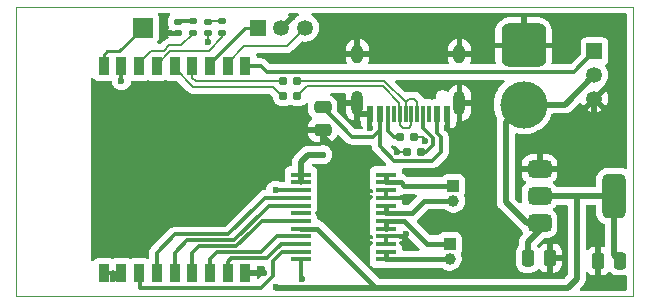
<source format=gtl>
G04 #@! TF.GenerationSoftware,KiCad,Pcbnew,9.0.3*
G04 #@! TF.CreationDate,2025-08-05T23:08:30-05:00*
G04 #@! TF.ProjectId,Battle_Bot_Mind,42617474-6c65-45f4-926f-745f4d696e64,rev?*
G04 #@! TF.SameCoordinates,Original*
G04 #@! TF.FileFunction,Copper,L1,Top*
G04 #@! TF.FilePolarity,Positive*
%FSLAX46Y46*%
G04 Gerber Fmt 4.6, Leading zero omitted, Abs format (unit mm)*
G04 Created by KiCad (PCBNEW 9.0.3) date 2025-08-05 23:08:30*
%MOMM*%
%LPD*%
G01*
G04 APERTURE LIST*
G04 Aperture macros list*
%AMRoundRect*
0 Rectangle with rounded corners*
0 $1 Rounding radius*
0 $2 $3 $4 $5 $6 $7 $8 $9 X,Y pos of 4 corners*
0 Add a 4 corners polygon primitive as box body*
4,1,4,$2,$3,$4,$5,$6,$7,$8,$9,$2,$3,0*
0 Add four circle primitives for the rounded corners*
1,1,$1+$1,$2,$3*
1,1,$1+$1,$4,$5*
1,1,$1+$1,$6,$7*
1,1,$1+$1,$8,$9*
0 Add four rect primitives between the rounded corners*
20,1,$1+$1,$2,$3,$4,$5,0*
20,1,$1+$1,$4,$5,$6,$7,0*
20,1,$1+$1,$6,$7,$8,$9,0*
20,1,$1+$1,$8,$9,$2,$3,0*%
G04 Aperture macros list end*
G04 #@! TA.AperFunction,ComponentPad*
%ADD10RoundRect,0.760000X-1.140000X1.140000X-1.140000X-1.140000X1.140000X-1.140000X1.140000X1.140000X0*%
G04 #@! TD*
G04 #@! TA.AperFunction,ComponentPad*
%ADD11C,4.000000*%
G04 #@! TD*
G04 #@! TA.AperFunction,SMDPad,CuDef*
%ADD12R,0.900000X1.500000*%
G04 #@! TD*
G04 #@! TA.AperFunction,HeatsinkPad*
%ADD13C,0.600000*%
G04 #@! TD*
G04 #@! TA.AperFunction,HeatsinkPad*
%ADD14R,2.900000X2.900000*%
G04 #@! TD*
G04 #@! TA.AperFunction,ComponentPad*
%ADD15R,1.700000X1.700000*%
G04 #@! TD*
G04 #@! TA.AperFunction,SMDPad,CuDef*
%ADD16RoundRect,0.135000X0.185000X-0.135000X0.185000X0.135000X-0.185000X0.135000X-0.185000X-0.135000X0*%
G04 #@! TD*
G04 #@! TA.AperFunction,SMDPad,CuDef*
%ADD17RoundRect,0.160000X0.197500X0.160000X-0.197500X0.160000X-0.197500X-0.160000X0.197500X-0.160000X0*%
G04 #@! TD*
G04 #@! TA.AperFunction,ComponentPad*
%ADD18R,1.350000X1.350000*%
G04 #@! TD*
G04 #@! TA.AperFunction,ComponentPad*
%ADD19C,1.350000*%
G04 #@! TD*
G04 #@! TA.AperFunction,SMDPad,CuDef*
%ADD20RoundRect,0.160000X-0.197500X-0.160000X0.197500X-0.160000X0.197500X0.160000X-0.197500X0.160000X0*%
G04 #@! TD*
G04 #@! TA.AperFunction,ComponentPad*
%ADD21R,1.000000X1.000000*%
G04 #@! TD*
G04 #@! TA.AperFunction,ComponentPad*
%ADD22C,1.000000*%
G04 #@! TD*
G04 #@! TA.AperFunction,SMDPad,CuDef*
%ADD23R,0.600000X1.450000*%
G04 #@! TD*
G04 #@! TA.AperFunction,SMDPad,CuDef*
%ADD24R,0.300000X1.450000*%
G04 #@! TD*
G04 #@! TA.AperFunction,HeatsinkPad*
%ADD25O,1.000000X2.100000*%
G04 #@! TD*
G04 #@! TA.AperFunction,HeatsinkPad*
%ADD26O,1.000000X1.600000*%
G04 #@! TD*
G04 #@! TA.AperFunction,SMDPad,CuDef*
%ADD27RoundRect,0.147500X0.172500X-0.147500X0.172500X0.147500X-0.172500X0.147500X-0.172500X-0.147500X0*%
G04 #@! TD*
G04 #@! TA.AperFunction,SMDPad,CuDef*
%ADD28RoundRect,0.250000X-0.475000X0.250000X-0.475000X-0.250000X0.475000X-0.250000X0.475000X0.250000X0*%
G04 #@! TD*
G04 #@! TA.AperFunction,SMDPad,CuDef*
%ADD29R,1.750000X0.450000*%
G04 #@! TD*
G04 #@! TA.AperFunction,SMDPad,CuDef*
%ADD30RoundRect,0.375000X-0.625000X-0.375000X0.625000X-0.375000X0.625000X0.375000X-0.625000X0.375000X0*%
G04 #@! TD*
G04 #@! TA.AperFunction,SMDPad,CuDef*
%ADD31RoundRect,0.500000X-0.500000X-1.400000X0.500000X-1.400000X0.500000X1.400000X-0.500000X1.400000X0*%
G04 #@! TD*
G04 #@! TA.AperFunction,SMDPad,CuDef*
%ADD32RoundRect,0.250000X-0.250000X-0.475000X0.250000X-0.475000X0.250000X0.475000X-0.250000X0.475000X0*%
G04 #@! TD*
G04 #@! TA.AperFunction,SMDPad,CuDef*
%ADD33RoundRect,0.250000X0.250000X0.475000X-0.250000X0.475000X-0.250000X-0.475000X0.250000X-0.475000X0*%
G04 #@! TD*
G04 #@! TA.AperFunction,ViaPad*
%ADD34C,0.600000*%
G04 #@! TD*
G04 #@! TA.AperFunction,Conductor*
%ADD35C,0.300000*%
G04 #@! TD*
G04 #@! TA.AperFunction,Conductor*
%ADD36C,0.200000*%
G04 #@! TD*
G04 #@! TA.AperFunction,Conductor*
%ADD37C,0.500000*%
G04 #@! TD*
G04 #@! TA.AperFunction,Conductor*
%ADD38C,0.250000*%
G04 #@! TD*
G04 #@! TA.AperFunction,Conductor*
%ADD39C,0.450000*%
G04 #@! TD*
G04 #@! TA.AperFunction,Conductor*
%ADD40C,0.350000*%
G04 #@! TD*
G04 #@! TA.AperFunction,Profile*
%ADD41C,0.050000*%
G04 #@! TD*
G04 APERTURE END LIST*
D10*
G04 #@! TO.P,J2,1,Pin_1*
G04 #@! TO.N,GND*
X142750000Y-73750000D03*
D11*
G04 #@! TO.P,J2,2,Pin_2*
G04 #@! TO.N,+BATT*
X142750000Y-78750000D03*
G04 #@! TD*
D12*
G04 #@! TO.P,U1,1,3V3*
G04 #@! TO.N,+3V3*
X107200000Y-93000000D03*
G04 #@! TO.P,U1,2,EN*
X108700000Y-93000000D03*
G04 #@! TO.P,U1,3,IO4*
G04 #@! TO.N,/PWM_A*
X110200000Y-93000000D03*
G04 #@! TO.P,U1,4,IO5*
G04 #@! TO.N,/BIN2*
X111700000Y-93000000D03*
G04 #@! TO.P,U1,5,IO6*
G04 #@! TO.N,/BIN1*
X113200000Y-93000000D03*
G04 #@! TO.P,U1,6,IO7*
G04 #@! TO.N,/STBY*
X114700000Y-93000000D03*
G04 #@! TO.P,U1,7,IO8*
G04 #@! TO.N,/AIN1*
X116200000Y-93000000D03*
G04 #@! TO.P,U1,8,IO9*
G04 #@! TO.N,/AIN2*
X117700000Y-93000000D03*
G04 #@! TO.P,U1,9,GND*
G04 #@! TO.N,GND*
X119200000Y-93000000D03*
G04 #@! TO.P,U1,10,IO10*
G04 #@! TO.N,/ESC_PWM*
X119200000Y-75500000D03*
G04 #@! TO.P,U1,11,IO20/RXD*
G04 #@! TO.N,Net-(DBG1-Pin_3)*
X117700000Y-75500000D03*
G04 #@! TO.P,U1,12,IO21/TXD*
G04 #@! TO.N,Net-(DBG1-Pin_1)*
X116200000Y-75500000D03*
G04 #@! TO.P,U1,13,IO18*
G04 #@! TO.N,/USB_D-*
X114700000Y-75500000D03*
G04 #@! TO.P,U1,14,IO19*
G04 #@! TO.N,/USB_D+*
X113200000Y-75500000D03*
G04 #@! TO.P,U1,15,IO3*
G04 #@! TO.N,/L1*
X111700000Y-75500000D03*
G04 #@! TO.P,U1,16,IO2*
G04 #@! TO.N,/L2*
X110200000Y-75500000D03*
G04 #@! TO.P,U1,17,IO1*
G04 #@! TO.N,/PWM_B*
X108700000Y-75500000D03*
G04 #@! TO.P,U1,18,IO0*
G04 #@! TO.N,/BOOT*
X107200000Y-75500000D03*
D13*
G04 #@! TO.P,U1,19,GND*
G04 #@! TO.N,GND*
X112850000Y-84390000D03*
X113950000Y-84390000D03*
X112300000Y-83840000D03*
X113400000Y-83840000D03*
X114500000Y-83840000D03*
X112850000Y-83290000D03*
D14*
X113400000Y-83290000D03*
D13*
X113950000Y-83290000D03*
X112300000Y-82740000D03*
X113400000Y-82740000D03*
X114500000Y-82740000D03*
X112850000Y-82190000D03*
X113950000Y-82190000D03*
G04 #@! TD*
D15*
G04 #@! TO.P,J4,1,Pin_1*
G04 #@! TO.N,/BOOT*
X110500000Y-72250000D03*
G04 #@! TD*
D16*
G04 #@! TO.P,R4,1*
G04 #@! TO.N,/L2*
X114750000Y-72720000D03*
G04 #@! TO.P,R4,2*
G04 #@! TO.N,Net-(D2-A)*
X114750000Y-71700000D03*
G04 #@! TD*
D17*
G04 #@! TO.P,R6,1*
G04 #@! TO.N,Net-(J1-D--PadA7)*
X123597500Y-76788000D03*
G04 #@! TO.P,R6,2*
G04 #@! TO.N,/USB_D-*
X122402500Y-76788000D03*
G04 #@! TD*
D18*
G04 #@! TO.P,DBG1,1,Pin_1*
G04 #@! TO.N,Net-(DBG1-Pin_1)*
X120250000Y-72250000D03*
D19*
G04 #@! TO.P,DBG1,2,Pin_2*
G04 #@! TO.N,GND*
X122250000Y-72250000D03*
G04 #@! TO.P,DBG1,3,Pin_3*
G04 #@! TO.N,Net-(DBG1-Pin_3)*
X124250000Y-72250000D03*
G04 #@! TD*
D17*
G04 #@! TO.P,R5,1*
G04 #@! TO.N,Net-(J1-D+-PadA6)*
X123597500Y-78038000D03*
G04 #@! TO.P,R5,2*
G04 #@! TO.N,/USB_D+*
X122402500Y-78038000D03*
G04 #@! TD*
D20*
G04 #@! TO.P,R1,1*
G04 #@! TO.N,GND*
X132902500Y-82810000D03*
G04 #@! TO.P,R1,2*
G04 #@! TO.N,Net-(J1-CC1)*
X134097500Y-82810000D03*
G04 #@! TD*
D21*
G04 #@! TO.P,M2,1,Pin_1*
G04 #@! TO.N,Net-(M2-Pin_1)*
X136500000Y-90550000D03*
D22*
G04 #@! TO.P,M2,2,Pin_2*
G04 #@! TO.N,Net-(M2-Pin_2)*
X136500000Y-91820000D03*
G04 #@! TD*
D23*
G04 #@! TO.P,J1,A1,GND*
G04 #@! TO.N,GND*
X136250000Y-79545000D03*
G04 #@! TO.P,J1,A4,VBUS*
G04 #@! TO.N,VBUS*
X135450000Y-79545000D03*
D24*
G04 #@! TO.P,J1,A5,CC1*
G04 #@! TO.N,Net-(J1-CC1)*
X134250000Y-79545000D03*
G04 #@! TO.P,J1,A6,D+*
G04 #@! TO.N,Net-(J1-D+-PadA6)*
X133250000Y-79545000D03*
G04 #@! TO.P,J1,A7,D-*
G04 #@! TO.N,Net-(J1-D--PadA7)*
X132750000Y-79545000D03*
G04 #@! TO.P,J1,A8*
G04 #@! TO.N,N/C*
X131750000Y-79545000D03*
D23*
G04 #@! TO.P,J1,A9,VBUS*
G04 #@! TO.N,VBUS*
X130550000Y-79545000D03*
G04 #@! TO.P,J1,A12,GND*
G04 #@! TO.N,GND*
X129750000Y-79545000D03*
G04 #@! TO.P,J1,B1,GND*
X129750000Y-79545000D03*
G04 #@! TO.P,J1,B4,VBUS*
G04 #@! TO.N,VBUS*
X130550000Y-79545000D03*
D24*
G04 #@! TO.P,J1,B5,CC2*
G04 #@! TO.N,Net-(J1-CC2)*
X131250000Y-79545000D03*
G04 #@! TO.P,J1,B6,D+*
G04 #@! TO.N,Net-(J1-D+-PadA6)*
X132250000Y-79545000D03*
G04 #@! TO.P,J1,B7,D-*
G04 #@! TO.N,Net-(J1-D--PadA7)*
X133750000Y-79545000D03*
G04 #@! TO.P,J1,B8*
G04 #@! TO.N,N/C*
X134750000Y-79545000D03*
D23*
G04 #@! TO.P,J1,B9,VBUS*
G04 #@! TO.N,VBUS*
X135450000Y-79545000D03*
G04 #@! TO.P,J1,B12,GND*
G04 #@! TO.N,GND*
X136250000Y-79545000D03*
D25*
G04 #@! TO.P,J1,S1,SHIELD*
X137320000Y-78630000D03*
D26*
X137320000Y-74450000D03*
D25*
X128680000Y-78630000D03*
D26*
X128680000Y-74450000D03*
G04 #@! TD*
D21*
G04 #@! TO.P,M1,1,Pin_1*
G04 #@! TO.N,Net-(M1-Pin_1)*
X136800000Y-85625000D03*
D22*
G04 #@! TO.P,M1,2,Pin_2*
G04 #@! TO.N,Net-(M1-Pin_2)*
X136800000Y-86895000D03*
G04 #@! TD*
D27*
G04 #@! TO.P,D1,1,K*
G04 #@! TO.N,GND*
X116000000Y-72720000D03*
G04 #@! TO.P,D1,2,A*
G04 #@! TO.N,Net-(D1-A)*
X116000000Y-71750000D03*
G04 #@! TD*
D28*
G04 #@! TO.P,C1,1*
G04 #@! TO.N,VBUS*
X125750000Y-79000000D03*
G04 #@! TO.P,C1,2*
G04 #@! TO.N,GND*
X125750000Y-80900000D03*
G04 #@! TD*
D29*
G04 #@! TO.P,U2,1,AO1*
G04 #@! TO.N,Net-(M2-Pin_2)*
X131100000Y-91850000D03*
G04 #@! TO.P,U2,2,AO1*
X131100000Y-91200000D03*
G04 #@! TO.P,U2,3,PGND1*
G04 #@! TO.N,GND*
X131100000Y-90550000D03*
G04 #@! TO.P,U2,4,PGND1*
X131100000Y-89900000D03*
G04 #@! TO.P,U2,5,AO2*
G04 #@! TO.N,Net-(M2-Pin_1)*
X131100000Y-89250000D03*
G04 #@! TO.P,U2,6,AO2*
X131100000Y-88600000D03*
G04 #@! TO.P,U2,7,BO2*
G04 #@! TO.N,Net-(M1-Pin_2)*
X131100000Y-87950000D03*
G04 #@! TO.P,U2,8,BO2*
X131100000Y-87300000D03*
G04 #@! TO.P,U2,9,PGND2*
G04 #@! TO.N,GND*
X131100000Y-86650000D03*
G04 #@! TO.P,U2,10,PGND2*
X131100000Y-86000000D03*
G04 #@! TO.P,U2,11,BO1*
G04 #@! TO.N,Net-(M1-Pin_1)*
X131100000Y-85350000D03*
G04 #@! TO.P,U2,12,BO1*
X131100000Y-84700000D03*
G04 #@! TO.P,U2,13,VM2*
G04 #@! TO.N,+BATT*
X123900000Y-84700000D03*
G04 #@! TO.P,U2,14,VM3*
X123900000Y-85350000D03*
G04 #@! TO.P,U2,15,PWMB*
G04 #@! TO.N,/PWM_B*
X123900000Y-86000000D03*
G04 #@! TO.P,U2,16,BIN2*
G04 #@! TO.N,/BIN2*
X123900000Y-86650000D03*
G04 #@! TO.P,U2,17,BIN1*
G04 #@! TO.N,/BIN1*
X123900000Y-87300000D03*
G04 #@! TO.P,U2,18,GND*
G04 #@! TO.N,GND*
X123900000Y-87950000D03*
G04 #@! TO.P,U2,19,STBY*
G04 #@! TO.N,/STBY*
X123900000Y-88600000D03*
G04 #@! TO.P,U2,20,VCC*
G04 #@! TO.N,+3V3*
X123900000Y-89250000D03*
G04 #@! TO.P,U2,21,AIN1*
G04 #@! TO.N,/AIN1*
X123900000Y-89900000D03*
G04 #@! TO.P,U2,22,AIN2*
G04 #@! TO.N,/AIN2*
X123900000Y-90550000D03*
G04 #@! TO.P,U2,23,PWMA*
G04 #@! TO.N,/PWM_A*
X123900000Y-91200000D03*
G04 #@! TO.P,U2,24,VM1*
G04 #@! TO.N,+BATT*
X123900000Y-91850000D03*
G04 #@! TD*
D16*
G04 #@! TO.P,R3,1*
G04 #@! TO.N,/L1*
X117250000Y-72720000D03*
G04 #@! TO.P,R3,2*
G04 #@! TO.N,Net-(D1-A)*
X117250000Y-71700000D03*
G04 #@! TD*
D27*
G04 #@! TO.P,D2,1,K*
G04 #@! TO.N,GND*
X113500000Y-72720000D03*
G04 #@! TO.P,D2,2,A*
G04 #@! TO.N,Net-(D2-A)*
X113500000Y-71750000D03*
G04 #@! TD*
D30*
G04 #@! TO.P,U4,1,GND*
G04 #@! TO.N,GND*
X144100000Y-84200000D03*
G04 #@! TO.P,U4,2,VO*
G04 #@! TO.N,+3V3*
X144100000Y-86500000D03*
D31*
X150400000Y-86500000D03*
D30*
G04 #@! TO.P,U4,3,VI*
G04 #@! TO.N,+BATT*
X144100000Y-88800000D03*
G04 #@! TD*
D32*
G04 #@! TO.P,C6,1*
G04 #@! TO.N,+BATT*
X143100000Y-91750000D03*
G04 #@! TO.P,C6,2*
G04 #@! TO.N,GND*
X145000000Y-91750000D03*
G04 #@! TD*
D33*
G04 #@! TO.P,C5,1*
G04 #@! TO.N,+3V3*
X150950000Y-92000000D03*
G04 #@! TO.P,C5,2*
G04 #@! TO.N,GND*
X149050000Y-92000000D03*
G04 #@! TD*
D17*
G04 #@! TO.P,R2,1*
G04 #@! TO.N,GND*
X133500000Y-81500000D03*
G04 #@! TO.P,R2,2*
G04 #@! TO.N,Net-(J1-CC2)*
X132305000Y-81500000D03*
G04 #@! TD*
D18*
G04 #@! TO.P,J3,1,Pin_1*
G04 #@! TO.N,/ESC_PWM*
X148750000Y-74250000D03*
D19*
G04 #@! TO.P,J3,2,Pin_2*
G04 #@! TO.N,+BATT*
X148750000Y-76250000D03*
G04 #@! TO.P,J3,3,Pin_3*
G04 #@! TO.N,GND*
X148750000Y-78250000D03*
G04 #@! TD*
D34*
G04 #@! TO.N,GND*
X116000000Y-73470000D03*
X129750000Y-80750000D03*
X148750000Y-80250000D03*
X120750000Y-93000000D03*
X136250000Y-80750000D03*
X147250000Y-84250000D03*
X132000000Y-82750000D03*
X134415380Y-81834620D03*
X132750000Y-86750000D03*
X132750000Y-89750000D03*
X145000000Y-93250000D03*
X112500000Y-72750000D03*
X126250000Y-72750000D03*
X149000000Y-93750000D03*
X126750000Y-82500000D03*
G04 #@! TO.N,+3V3*
X121750000Y-94200000D03*
X108000000Y-93500000D03*
G04 #@! TO.N,+BATT*
X125750000Y-83000000D03*
X124000000Y-93499000D03*
G04 #@! TO.N,/PWM_B*
X121750000Y-86000000D03*
X108700000Y-76750000D03*
G04 #@! TD*
D35*
G04 #@! TO.N,VBUS*
X135750000Y-81500000D02*
X135450000Y-81200000D01*
X130550000Y-80950000D02*
X130550000Y-79545000D01*
X131750000Y-83500000D02*
X135000000Y-83500000D01*
X130550000Y-82300000D02*
X131750000Y-83500000D01*
X125750000Y-79000000D02*
X128250000Y-81500000D01*
X135750000Y-82750000D02*
X135750000Y-81500000D01*
X130000000Y-81500000D02*
X130375000Y-81125000D01*
X130375000Y-81125000D02*
X130274000Y-81226000D01*
X130375000Y-81125000D02*
X130550000Y-80950000D01*
D36*
X135450000Y-79545000D02*
X135517380Y-79612380D01*
D35*
X135450000Y-81200000D02*
X135450000Y-79545000D01*
X135000000Y-83500000D02*
X135750000Y-82750000D01*
X128250000Y-81500000D02*
X130000000Y-81500000D01*
X130550000Y-80950000D02*
X130550000Y-82300000D01*
G04 #@! TO.N,GND*
X119200000Y-93000000D02*
X120750000Y-93000000D01*
X131100000Y-89900000D02*
X132600000Y-89900000D01*
X131100000Y-86000000D02*
X131100000Y-86650000D01*
D36*
X116000000Y-72720000D02*
X116000000Y-73470000D01*
D37*
X125747070Y-80897070D02*
X125743889Y-80897070D01*
D35*
X131100000Y-90550000D02*
X131100000Y-89900000D01*
D36*
X132902500Y-82810000D02*
X132060000Y-82810000D01*
D35*
X131100000Y-86650000D02*
X132650000Y-86650000D01*
D37*
X125750000Y-80900000D02*
X125747070Y-80897070D01*
D36*
X134250000Y-81500000D02*
X134500000Y-81750000D01*
D37*
X149050000Y-92000000D02*
X149050000Y-93700000D01*
D35*
X129750000Y-79545000D02*
X129750000Y-80750000D01*
D36*
X134500000Y-81750000D02*
X134415380Y-81834620D01*
D37*
X147200000Y-84200000D02*
X147250000Y-84250000D01*
X125743889Y-80897070D02*
X125743889Y-81493889D01*
D35*
X132650000Y-86650000D02*
X132750000Y-86750000D01*
D36*
X132060000Y-82810000D02*
X132000000Y-82750000D01*
D37*
X145000000Y-91750000D02*
X145000000Y-93250000D01*
D38*
X112530000Y-72720000D02*
X112500000Y-72750000D01*
D37*
X148750000Y-78250000D02*
X148750000Y-80250000D01*
D35*
X132600000Y-89900000D02*
X132750000Y-89750000D01*
D37*
X125743889Y-81493889D02*
X126750000Y-82500000D01*
D36*
X133500000Y-81500000D02*
X134250000Y-81500000D01*
D37*
X144100000Y-84200000D02*
X147200000Y-84200000D01*
D38*
X113500000Y-72720000D02*
X112530000Y-72720000D01*
D37*
X149050000Y-93700000D02*
X149000000Y-93750000D01*
D35*
X136250000Y-79545000D02*
X136250000Y-80750000D01*
G04 #@! TO.N,Net-(J1-CC1)*
X134454999Y-82810000D02*
X134097500Y-82810000D01*
X134250000Y-80750000D02*
X134250000Y-79545000D01*
X135066380Y-82198619D02*
X134454999Y-82810000D01*
X135066380Y-81566380D02*
X135066380Y-82198619D01*
X134250000Y-80750000D02*
X135066380Y-81566380D01*
D36*
G04 #@! TO.N,Net-(J1-D--PadA7)*
X123597500Y-76788000D02*
X130970000Y-76788000D01*
X133750000Y-79545000D02*
X133750000Y-78500000D01*
X133750000Y-78500000D02*
X133500000Y-78250000D01*
X132750000Y-78568000D02*
X132750000Y-79545000D01*
X133068000Y-78250000D02*
X132750000Y-78568000D01*
X133500000Y-78250000D02*
X133068000Y-78250000D01*
X130970000Y-76788000D02*
X132750000Y-78568000D01*
G04 #@! TO.N,Net-(J1-D+-PadA6)*
X132201000Y-79496000D02*
X132201000Y-78586100D01*
X133250000Y-79545000D02*
X133250000Y-80522000D01*
X133250000Y-80522000D02*
X133022000Y-80750000D01*
X124446500Y-77189000D02*
X123597500Y-78038000D01*
X132250000Y-79545000D02*
X132201000Y-79496000D01*
X132250000Y-80500000D02*
X132250000Y-79545000D01*
X132500000Y-80750000D02*
X132250000Y-80500000D01*
X132201000Y-78586100D02*
X130803900Y-77189000D01*
X133022000Y-80750000D02*
X132500000Y-80750000D01*
X130803900Y-77189000D02*
X124446500Y-77189000D01*
D35*
G04 #@! TO.N,Net-(J1-CC2)*
X131750000Y-81500000D02*
X132305000Y-81500000D01*
X131250000Y-81000000D02*
X131750000Y-81500000D01*
X131250000Y-81000000D02*
X131250000Y-79545000D01*
D36*
G04 #@! TO.N,/USB_D+*
X113200000Y-75700000D02*
X114750000Y-77250000D01*
X113200000Y-75500000D02*
X113200000Y-75700000D01*
X114750000Y-77250000D02*
X121500000Y-77250000D01*
X122402500Y-78038000D02*
X122288000Y-78038000D01*
X122288000Y-78038000D02*
X121500000Y-77250000D01*
G04 #@! TO.N,/USB_D-*
X114700000Y-76488000D02*
X115000000Y-76788000D01*
X122402500Y-76788000D02*
X115000000Y-76788000D01*
X114700000Y-75500000D02*
X114700000Y-76488000D01*
D37*
G04 #@! TO.N,+3V3*
X144100000Y-86500000D02*
X147250000Y-86500000D01*
X108000000Y-93500000D02*
X108000000Y-93000000D01*
X147250000Y-86500000D02*
X150400000Y-86500000D01*
X130250000Y-94249000D02*
X130000000Y-94249000D01*
X150400000Y-91450000D02*
X150950000Y-92000000D01*
X147250000Y-93500000D02*
X146501000Y-94249000D01*
D35*
X108000000Y-93000000D02*
X108700000Y-93000000D01*
D37*
X121750000Y-94249000D02*
X121750000Y-94200000D01*
D39*
X125251000Y-89250000D02*
X130250000Y-94249000D01*
D37*
X130000000Y-94249000D02*
X126250000Y-94249000D01*
D35*
X107200000Y-93000000D02*
X108000000Y-93000000D01*
D37*
X126250000Y-94249000D02*
X121750000Y-94249000D01*
X150400000Y-86500000D02*
X150400000Y-91450000D01*
X146501000Y-94249000D02*
X130250000Y-94249000D01*
D39*
X123900000Y-89250000D02*
X125251000Y-89250000D01*
D37*
X147250000Y-86500000D02*
X147250000Y-93500000D01*
D40*
G04 #@! TO.N,+BATT*
X123900000Y-91850000D02*
X123900000Y-93400000D01*
D37*
X123900000Y-84700000D02*
X123900000Y-85324000D01*
X144100000Y-88800000D02*
X143050000Y-88800000D01*
X142750000Y-78750000D02*
X141250000Y-80250000D01*
X144100000Y-88800000D02*
X144100000Y-89400000D01*
D40*
X124000000Y-93500000D02*
X124000000Y-93499000D01*
D37*
X123900000Y-84700000D02*
X123900000Y-83600000D01*
X146250000Y-78750000D02*
X148750000Y-76250000D01*
D40*
X123900000Y-93400000D02*
X124000000Y-93500000D01*
D37*
X123900000Y-83600000D02*
X124500000Y-83000000D01*
X143100000Y-90400000D02*
X143100000Y-91750000D01*
X144100000Y-89400000D02*
X143100000Y-90400000D01*
X143050000Y-88800000D02*
X141250000Y-87000000D01*
X125750000Y-83000000D02*
X124500000Y-83000000D01*
X142750000Y-78750000D02*
X146250000Y-78750000D01*
X141250000Y-80250000D02*
X141250000Y-87000000D01*
D38*
G04 #@! TO.N,/BOOT*
X107200000Y-74550000D02*
X107200000Y-75500000D01*
X107500000Y-74250000D02*
X107200000Y-74550000D01*
D35*
X109950000Y-72300000D02*
X110000000Y-72250000D01*
D38*
X108250000Y-74250000D02*
X108500000Y-74250000D01*
X108250000Y-74250000D02*
X107500000Y-74250000D01*
X108500000Y-74250000D02*
X110500000Y-72250000D01*
D40*
G04 #@! TO.N,Net-(D2-A)*
X114750000Y-71700000D02*
X113550000Y-71700000D01*
X113550000Y-71700000D02*
X113500000Y-71750000D01*
D39*
G04 #@! TO.N,Net-(M1-Pin_2)*
X133300000Y-87950000D02*
X134355000Y-86895000D01*
X131100000Y-87300000D02*
X131100000Y-87950000D01*
X134355000Y-86895000D02*
X136800000Y-86895000D01*
X131100000Y-87950000D02*
X133300000Y-87950000D01*
G04 #@! TO.N,Net-(M1-Pin_1)*
X132350000Y-85350000D02*
X132625000Y-85625000D01*
X131100000Y-84700000D02*
X131100000Y-85350000D01*
X131100000Y-85350000D02*
X132350000Y-85350000D01*
X132625000Y-85625000D02*
X136800000Y-85625000D01*
G04 #@! TO.N,Net-(M2-Pin_2)*
X136470000Y-91850000D02*
X136500000Y-91820000D01*
X131100000Y-91200000D02*
X131100000Y-91850000D01*
X131100000Y-91850000D02*
X136470000Y-91850000D01*
G04 #@! TO.N,Net-(M2-Pin_1)*
X132626720Y-88600000D02*
X134500000Y-90473280D01*
X131100000Y-88600000D02*
X131100000Y-89250000D01*
X131100000Y-88600000D02*
X132626720Y-88600000D01*
X134500000Y-90500000D02*
X134550000Y-90550000D01*
X134500000Y-90473280D02*
X134500000Y-90500000D01*
X134550000Y-90550000D02*
X136500000Y-90550000D01*
D36*
G04 #@! TO.N,/L1*
X117250000Y-73069943D02*
X116069943Y-74250000D01*
X117250000Y-72720000D02*
X117250000Y-73069943D01*
X117200000Y-72770000D02*
X117250000Y-72720000D01*
X111700000Y-75369943D02*
X111700000Y-75500000D01*
X112819943Y-74250000D02*
X111700000Y-75369943D01*
X116069943Y-74250000D02*
X112819943Y-74250000D01*
D38*
G04 #@! TO.N,Net-(DBG1-Pin_1)*
X116200000Y-75500000D02*
X116200000Y-75200000D01*
X119150000Y-72250000D02*
X120250000Y-72250000D01*
X116200000Y-75200000D02*
X119150000Y-72250000D01*
D35*
G04 #@! TO.N,/ESC_PWM*
X148750000Y-74250000D02*
X146999000Y-76001000D01*
X146999000Y-76001000D02*
X121001000Y-76001000D01*
X120500000Y-75500000D02*
X119200000Y-75500000D01*
X121001000Y-76001000D02*
X120500000Y-75500000D01*
G04 #@! TO.N,/PWM_B*
X108700000Y-75500000D02*
X108700000Y-76750000D01*
X121750000Y-86000000D02*
X123900000Y-86000000D01*
G04 #@! TO.N,/PWM_A*
X120500000Y-94250000D02*
X110250000Y-94250000D01*
X123900000Y-91200000D02*
X122300000Y-91200000D01*
X110250000Y-94250000D02*
X110250000Y-92410000D01*
X121500000Y-93250000D02*
X120500000Y-94250000D01*
X122300000Y-91200000D02*
X121500000Y-92000000D01*
X121500000Y-92000000D02*
X121500000Y-93250000D01*
D36*
G04 #@! TO.N,Net-(DBG1-Pin_3)*
X124250000Y-72250000D02*
X122700000Y-73800000D01*
X119100000Y-73800000D02*
X117700000Y-75200000D01*
X117700000Y-75200000D02*
X117700000Y-75500000D01*
X122700000Y-73800000D02*
X119100000Y-73800000D01*
D35*
G04 #@! TO.N,/AIN2*
X122241480Y-90550000D02*
X121895740Y-90895740D01*
X123900000Y-90550000D02*
X122241480Y-90550000D01*
X121895740Y-90895740D02*
X121040479Y-91751000D01*
X117700000Y-92050000D02*
X117700000Y-93000000D01*
X122092480Y-90699000D02*
X121895740Y-90895740D01*
X117999000Y-91751000D02*
X117700000Y-92050000D01*
X121040479Y-91751000D02*
X117999000Y-91751000D01*
G04 #@! TO.N,/AIN1*
X116200000Y-93000000D02*
X116200000Y-91800000D01*
X116750000Y-91250000D02*
X120000000Y-91250000D01*
X123900000Y-89900000D02*
X121832958Y-89900000D01*
X116200000Y-91800000D02*
X116750000Y-91250000D01*
X121832958Y-89900000D02*
X121116479Y-90616479D01*
X120482959Y-91250000D02*
X120000000Y-91250000D01*
X121116479Y-90616479D02*
X120482959Y-91250000D01*
G04 #@! TO.N,/STBY*
X123900000Y-88600000D02*
X120583520Y-88600000D01*
X120583520Y-88600000D02*
X119716760Y-89466760D01*
X118433520Y-90750000D02*
X117500000Y-90750000D01*
X119716760Y-89466760D02*
X118433520Y-90750000D01*
X117500000Y-90750000D02*
X115250000Y-90750000D01*
X114700000Y-91300000D02*
X114700000Y-93000000D01*
X115250000Y-90750000D02*
X114700000Y-91300000D01*
G04 #@! TO.N,/BIN1*
X123900000Y-87300000D02*
X121175000Y-87300000D01*
X120737500Y-87737500D02*
X118225000Y-90250000D01*
X118225000Y-90250000D02*
X117500000Y-90250000D01*
X121175000Y-87300000D02*
X120737500Y-87737500D01*
X117500000Y-90250000D02*
X114250000Y-90250000D01*
X114250000Y-90250000D02*
X113200000Y-91300000D01*
X113200000Y-91300000D02*
X113200000Y-93000000D01*
G04 #@! TO.N,/BIN2*
X120850000Y-86650000D02*
X120250000Y-87250000D01*
X123900000Y-86650000D02*
X120850000Y-86650000D01*
X113250000Y-89750000D02*
X117750000Y-89750000D01*
X117750000Y-89750000D02*
X120250000Y-87250000D01*
X111700000Y-91300000D02*
X113250000Y-89750000D01*
X111700000Y-93000000D02*
X111700000Y-91300000D01*
D36*
G04 #@! TO.N,Net-(D1-A)*
X117250000Y-71700000D02*
X116050000Y-71700000D01*
X116050000Y-71700000D02*
X116000000Y-71750000D01*
G04 #@! TO.N,/L2*
X111200000Y-74200000D02*
X112302843Y-74200000D01*
D35*
X110250000Y-75550000D02*
X110200000Y-75500000D01*
D36*
X110200000Y-75500000D02*
X110200000Y-75050000D01*
X112302843Y-74200000D02*
X112752843Y-73750000D01*
X110200000Y-75200000D02*
X110200000Y-75500000D01*
X114750000Y-72750000D02*
X113750000Y-73750000D01*
X112752843Y-73750000D02*
X113000000Y-73750000D01*
X113750000Y-73750000D02*
X113000000Y-73750000D01*
D35*
X110200000Y-75500000D02*
X110200000Y-74950000D01*
D36*
X114750000Y-72720000D02*
X114750000Y-72750000D01*
X111200000Y-74200000D02*
X110200000Y-75200000D01*
G04 #@! TD*
G04 #@! TA.AperFunction,Conductor*
G04 #@! TO.N,GND*
G36*
X148842540Y-87270185D02*
G01*
X148888295Y-87322989D01*
X148899501Y-87374500D01*
X148899501Y-87958034D01*
X148910113Y-88077415D01*
X148966089Y-88273045D01*
X148966090Y-88273048D01*
X148966091Y-88273049D01*
X149060302Y-88453407D01*
X149060304Y-88453409D01*
X149188890Y-88611109D01*
X149281314Y-88686470D01*
X149346593Y-88739698D01*
X149526951Y-88833909D01*
X149559613Y-88843254D01*
X149618647Y-88880618D01*
X149648112Y-88943971D01*
X149649500Y-88962469D01*
X149649500Y-90678988D01*
X149629815Y-90746027D01*
X149577011Y-90791782D01*
X149507853Y-90801726D01*
X149486498Y-90796694D01*
X149452704Y-90785496D01*
X149452690Y-90785493D01*
X149349986Y-90775000D01*
X149300000Y-90775000D01*
X149300000Y-93224999D01*
X149349972Y-93224999D01*
X149349986Y-93224998D01*
X149452697Y-93214505D01*
X149619119Y-93159358D01*
X149619124Y-93159356D01*
X149768345Y-93067315D01*
X149892318Y-92943342D01*
X149894165Y-92940348D01*
X149895969Y-92938724D01*
X149896798Y-92937677D01*
X149896976Y-92937818D01*
X149946110Y-92893621D01*
X150015073Y-92882396D01*
X150079156Y-92910236D01*
X150105243Y-92940341D01*
X150107288Y-92943656D01*
X150231344Y-93067712D01*
X150380666Y-93159814D01*
X150547203Y-93214999D01*
X150649991Y-93225500D01*
X151250008Y-93225499D01*
X151250016Y-93225498D01*
X151250019Y-93225498D01*
X151359533Y-93214311D01*
X151359752Y-93216462D01*
X151419204Y-93220905D01*
X151475003Y-93262954D01*
X151499212Y-93328496D01*
X151499500Y-93336948D01*
X151499500Y-94375500D01*
X151479815Y-94442539D01*
X151427011Y-94488294D01*
X151375500Y-94499500D01*
X147611230Y-94499500D01*
X147544191Y-94479815D01*
X147498436Y-94427011D01*
X147488492Y-94357853D01*
X147517517Y-94294297D01*
X147523549Y-94287819D01*
X147832947Y-93978421D01*
X147832952Y-93978416D01*
X147851611Y-93950489D01*
X147889678Y-93893519D01*
X147889680Y-93893514D01*
X147889686Y-93893506D01*
X147915084Y-93855495D01*
X147971658Y-93718913D01*
X147981096Y-93671462D01*
X148000500Y-93573920D01*
X148000500Y-93035523D01*
X148020185Y-92968484D01*
X148072989Y-92922729D01*
X148142147Y-92912785D01*
X148205703Y-92941810D01*
X148212181Y-92947842D01*
X148331654Y-93067315D01*
X148480875Y-93159356D01*
X148480880Y-93159358D01*
X148647302Y-93214505D01*
X148647309Y-93214506D01*
X148750019Y-93224999D01*
X148799999Y-93224998D01*
X148800000Y-93224998D01*
X148800000Y-90775000D01*
X148799999Y-90774999D01*
X148750029Y-90775000D01*
X148750011Y-90775001D01*
X148647302Y-90785494D01*
X148480880Y-90840641D01*
X148480875Y-90840643D01*
X148331654Y-90932684D01*
X148212181Y-91052158D01*
X148150858Y-91085643D01*
X148081166Y-91080659D01*
X148025233Y-91038787D01*
X148000816Y-90973323D01*
X148000500Y-90964477D01*
X148000500Y-87374500D01*
X148020185Y-87307461D01*
X148072989Y-87261706D01*
X148124500Y-87250500D01*
X148775501Y-87250500D01*
X148842540Y-87270185D01*
G37*
G04 #@! TD.AperFunction*
G04 #@! TA.AperFunction,Conductor*
G36*
X120792539Y-92421185D02*
G01*
X120838294Y-92473989D01*
X120849500Y-92525500D01*
X120849500Y-92929192D01*
X120829815Y-92996231D01*
X120813181Y-93016873D01*
X120361681Y-93468373D01*
X120300358Y-93501858D01*
X120230666Y-93496874D01*
X120174733Y-93455002D01*
X120150316Y-93389538D01*
X120150000Y-93380692D01*
X120150000Y-93250000D01*
X119324000Y-93250000D01*
X119256961Y-93230315D01*
X119211206Y-93177511D01*
X119200000Y-93126000D01*
X119200000Y-92874000D01*
X119219685Y-92806961D01*
X119272489Y-92761206D01*
X119324000Y-92750000D01*
X120150000Y-92750000D01*
X120150000Y-92525500D01*
X120169685Y-92458461D01*
X120222489Y-92412706D01*
X120274000Y-92401500D01*
X120725500Y-92401500D01*
X120792539Y-92421185D01*
G37*
G04 #@! TD.AperFunction*
G04 #@! TA.AperFunction,Conductor*
G36*
X106305203Y-76495721D02*
G01*
X106323262Y-76515118D01*
X106392454Y-76607546D01*
X106417775Y-76626501D01*
X106507664Y-76693793D01*
X106507671Y-76693797D01*
X106642517Y-76744091D01*
X106642516Y-76744091D01*
X106649444Y-76744835D01*
X106702127Y-76750500D01*
X107697872Y-76750499D01*
X107757483Y-76744091D01*
X107757482Y-76744091D01*
X107765196Y-76743262D01*
X107765504Y-76746131D01*
X107821674Y-76749116D01*
X107878365Y-76789956D01*
X107902093Y-76841881D01*
X107930261Y-76983489D01*
X107930264Y-76983501D01*
X107990602Y-77129172D01*
X107990609Y-77129185D01*
X108078210Y-77260288D01*
X108078213Y-77260292D01*
X108189707Y-77371786D01*
X108189711Y-77371789D01*
X108320814Y-77459390D01*
X108320827Y-77459397D01*
X108466498Y-77519735D01*
X108466503Y-77519737D01*
X108621153Y-77550499D01*
X108621156Y-77550500D01*
X108621158Y-77550500D01*
X108778844Y-77550500D01*
X108778845Y-77550499D01*
X108933497Y-77519737D01*
X109079179Y-77459394D01*
X109210289Y-77371789D01*
X109321789Y-77260289D01*
X109409394Y-77129179D01*
X109469737Y-76983497D01*
X109497906Y-76841879D01*
X109530290Y-76779970D01*
X109591006Y-76745396D01*
X109634574Y-76745398D01*
X109634804Y-76743262D01*
X109651387Y-76745044D01*
X109702127Y-76750500D01*
X110697872Y-76750499D01*
X110757483Y-76744091D01*
X110892331Y-76693796D01*
X110892333Y-76693794D01*
X110900640Y-76690696D01*
X110901285Y-76692426D01*
X110958837Y-76679902D01*
X110998988Y-76691691D01*
X110999360Y-76690696D01*
X111007666Y-76693794D01*
X111007669Y-76693796D01*
X111142517Y-76744091D01*
X111202127Y-76750500D01*
X112197872Y-76750499D01*
X112257483Y-76744091D01*
X112392331Y-76693796D01*
X112392333Y-76693794D01*
X112400640Y-76690696D01*
X112401285Y-76692426D01*
X112458837Y-76679902D01*
X112498988Y-76691691D01*
X112499360Y-76690696D01*
X112507666Y-76693794D01*
X112507669Y-76693796D01*
X112642517Y-76744091D01*
X112702127Y-76750500D01*
X113349902Y-76750499D01*
X113416941Y-76770183D01*
X113437583Y-76786818D01*
X114265139Y-77614374D01*
X114265149Y-77614385D01*
X114269479Y-77618715D01*
X114269480Y-77618716D01*
X114381284Y-77730520D01*
X114448767Y-77769481D01*
X114518215Y-77809577D01*
X114670943Y-77850501D01*
X114670946Y-77850501D01*
X114836653Y-77850501D01*
X114836669Y-77850500D01*
X121199903Y-77850500D01*
X121266942Y-77870185D01*
X121287584Y-77886819D01*
X121508181Y-78107416D01*
X121541666Y-78168739D01*
X121544500Y-78195095D01*
X121544500Y-78251378D01*
X121544501Y-78251380D01*
X121550546Y-78317925D01*
X121550548Y-78317933D01*
X121598265Y-78471066D01*
X121598267Y-78471070D01*
X121681242Y-78608329D01*
X121681246Y-78608334D01*
X121794665Y-78721753D01*
X121794670Y-78721757D01*
X121931929Y-78804732D01*
X121931933Y-78804734D01*
X121986100Y-78821612D01*
X122085067Y-78852452D01*
X122151619Y-78858500D01*
X122653380Y-78858499D01*
X122653388Y-78858499D01*
X122719926Y-78852453D01*
X122719927Y-78852452D01*
X122719933Y-78852452D01*
X122873069Y-78804733D01*
X122935850Y-78766779D01*
X123003405Y-78748944D01*
X123064149Y-78766779D01*
X123126931Y-78804733D01*
X123126934Y-78804734D01*
X123126933Y-78804734D01*
X123181100Y-78821612D01*
X123280067Y-78852452D01*
X123346619Y-78858500D01*
X123848380Y-78858499D01*
X123848388Y-78858499D01*
X123914926Y-78852453D01*
X123914927Y-78852452D01*
X123914933Y-78852452D01*
X124068069Y-78804733D01*
X124151992Y-78754000D01*
X124205329Y-78721757D01*
X124205329Y-78721756D01*
X124205335Y-78721753D01*
X124312822Y-78614265D01*
X124374141Y-78580783D01*
X124443833Y-78585767D01*
X124499767Y-78627638D01*
X124524184Y-78693102D01*
X124524500Y-78701949D01*
X124524500Y-79300001D01*
X124524501Y-79300019D01*
X124535000Y-79402796D01*
X124535001Y-79402799D01*
X124576081Y-79526769D01*
X124590186Y-79569334D01*
X124682288Y-79718656D01*
X124806344Y-79842712D01*
X124809628Y-79844737D01*
X124809653Y-79844753D01*
X124811445Y-79846746D01*
X124812011Y-79847193D01*
X124811934Y-79847289D01*
X124856379Y-79896699D01*
X124867603Y-79965661D01*
X124839761Y-80029744D01*
X124809665Y-80055826D01*
X124806660Y-80057679D01*
X124806655Y-80057683D01*
X124682684Y-80181654D01*
X124590643Y-80330875D01*
X124590641Y-80330880D01*
X124535494Y-80497302D01*
X124535493Y-80497309D01*
X124525000Y-80600013D01*
X124525000Y-80650000D01*
X125626000Y-80650000D01*
X125693039Y-80669685D01*
X125738794Y-80722489D01*
X125750000Y-80774000D01*
X125750000Y-80900000D01*
X125876000Y-80900000D01*
X125943039Y-80919685D01*
X125988794Y-80972489D01*
X126000000Y-81024000D01*
X126000000Y-81899999D01*
X126274972Y-81899999D01*
X126274986Y-81899998D01*
X126377697Y-81889505D01*
X126544119Y-81834358D01*
X126544124Y-81834356D01*
X126693345Y-81742315D01*
X126817315Y-81618345D01*
X126909356Y-81469124D01*
X126909359Y-81469117D01*
X126943145Y-81367156D01*
X126982917Y-81309711D01*
X127047432Y-81282887D01*
X127116208Y-81295201D01*
X127148532Y-81318478D01*
X127835325Y-82005272D01*
X127835328Y-82005274D01*
X127835331Y-82005277D01*
X127932699Y-82070335D01*
X127932700Y-82070336D01*
X127941871Y-82076464D01*
X127941872Y-82076464D01*
X127941873Y-82076465D01*
X128060256Y-82125501D01*
X128060260Y-82125501D01*
X128060261Y-82125502D01*
X128185928Y-82150500D01*
X128185931Y-82150500D01*
X129775500Y-82150500D01*
X129781045Y-82152128D01*
X129786716Y-82151008D01*
X129814197Y-82161863D01*
X129842539Y-82170185D01*
X129846323Y-82174552D01*
X129851700Y-82176676D01*
X129868950Y-82200665D01*
X129888294Y-82222989D01*
X129889995Y-82229931D01*
X129892491Y-82233402D01*
X129896256Y-82255482D01*
X129899331Y-82268028D01*
X129899500Y-82271261D01*
X129899500Y-82364069D01*
X129904333Y-82388363D01*
X129906078Y-82397138D01*
X129906079Y-82397147D01*
X129924492Y-82489711D01*
X129924499Y-82489744D01*
X129973535Y-82608127D01*
X130044723Y-82714669D01*
X130044726Y-82714673D01*
X131092872Y-83762819D01*
X131126357Y-83824142D01*
X131121373Y-83893834D01*
X131079501Y-83949767D01*
X131014037Y-83974184D01*
X131005191Y-83974500D01*
X130177129Y-83974500D01*
X130177123Y-83974501D01*
X130117516Y-83980908D01*
X129982671Y-84031202D01*
X129982664Y-84031206D01*
X129867455Y-84117452D01*
X129867452Y-84117455D01*
X129781206Y-84232664D01*
X129781202Y-84232671D01*
X129730910Y-84367513D01*
X129730909Y-84367517D01*
X129724500Y-84427127D01*
X129724500Y-84427134D01*
X129724500Y-84427135D01*
X129724500Y-84972869D01*
X129724501Y-84972878D01*
X129728679Y-85011745D01*
X129728679Y-85038250D01*
X129724500Y-85077122D01*
X129724500Y-85622869D01*
X129724501Y-85622880D01*
X129727289Y-85648822D01*
X129727291Y-85648827D01*
X129730909Y-85682483D01*
X129781204Y-85817331D01*
X129858929Y-85921158D01*
X129867455Y-85932547D01*
X129959876Y-86001734D01*
X130001747Y-86057668D01*
X130006731Y-86127359D01*
X129973245Y-86188682D01*
X129911922Y-86222166D01*
X129885565Y-86225000D01*
X129725000Y-86225000D01*
X129725000Y-86272835D01*
X129729183Y-86311748D01*
X129729183Y-86338252D01*
X129725000Y-86377164D01*
X129725000Y-86425000D01*
X129885565Y-86425000D01*
X129952604Y-86444685D01*
X129998359Y-86497489D01*
X130008303Y-86566647D01*
X129979278Y-86630203D01*
X129959876Y-86648266D01*
X129867455Y-86717452D01*
X129797525Y-86810865D01*
X129797523Y-86810868D01*
X129781204Y-86832669D01*
X129730909Y-86967517D01*
X129727291Y-87001167D01*
X129727289Y-87001173D01*
X129724500Y-87027122D01*
X129724500Y-87572869D01*
X129724501Y-87572878D01*
X129728679Y-87611745D01*
X129728679Y-87638250D01*
X129724500Y-87677122D01*
X129724500Y-88222869D01*
X129724501Y-88222878D01*
X129728679Y-88261745D01*
X129728679Y-88288250D01*
X129724500Y-88327122D01*
X129724500Y-88872869D01*
X129724501Y-88872878D01*
X129728679Y-88911745D01*
X129728679Y-88938250D01*
X129724500Y-88977122D01*
X129724500Y-89522869D01*
X129724501Y-89522880D01*
X129727289Y-89548822D01*
X129727291Y-89548827D01*
X129730909Y-89582483D01*
X129781204Y-89717331D01*
X129848831Y-89807669D01*
X129867455Y-89832547D01*
X129959876Y-89901734D01*
X130001747Y-89957668D01*
X130006731Y-90027359D01*
X129973245Y-90088682D01*
X129911922Y-90122166D01*
X129885565Y-90125000D01*
X129725000Y-90125000D01*
X129725000Y-90172835D01*
X129729183Y-90211748D01*
X129729183Y-90238252D01*
X129725000Y-90277164D01*
X129725000Y-90325000D01*
X129885565Y-90325000D01*
X129952604Y-90344685D01*
X129998359Y-90397489D01*
X130008303Y-90466647D01*
X129979278Y-90530203D01*
X129959876Y-90548266D01*
X129867455Y-90617452D01*
X129797525Y-90710865D01*
X129797523Y-90710868D01*
X129781204Y-90732669D01*
X129730909Y-90867517D01*
X129727291Y-90901167D01*
X129727289Y-90901173D01*
X129724500Y-90927122D01*
X129724500Y-91472869D01*
X129724501Y-91472878D01*
X129728679Y-91511745D01*
X129728679Y-91538250D01*
X129724500Y-91577122D01*
X129724500Y-92122870D01*
X129724501Y-92122876D01*
X129730908Y-92182483D01*
X129781202Y-92317328D01*
X129781206Y-92317335D01*
X129867452Y-92432544D01*
X129867455Y-92432547D01*
X129982664Y-92518793D01*
X129982671Y-92518797D01*
X130117517Y-92569091D01*
X130117516Y-92569091D01*
X130124444Y-92569835D01*
X130177127Y-92575500D01*
X131018542Y-92575499D01*
X131018556Y-92575500D01*
X131028545Y-92575500D01*
X135792218Y-92575500D01*
X135859257Y-92595185D01*
X135861109Y-92596398D01*
X136026079Y-92706628D01*
X136026092Y-92706635D01*
X136130786Y-92750000D01*
X136208165Y-92782051D01*
X136208169Y-92782051D01*
X136208170Y-92782052D01*
X136401456Y-92820500D01*
X136401459Y-92820500D01*
X136598543Y-92820500D01*
X136730085Y-92794334D01*
X136791835Y-92782051D01*
X136973914Y-92706632D01*
X137137782Y-92597139D01*
X137277139Y-92457782D01*
X137386632Y-92293914D01*
X137462051Y-92111835D01*
X137500500Y-91918541D01*
X137500500Y-91721459D01*
X137500500Y-91721456D01*
X137462052Y-91528170D01*
X137462051Y-91528169D01*
X137462051Y-91528165D01*
X137419680Y-91425873D01*
X137412212Y-91356407D01*
X137434977Y-91304111D01*
X137443796Y-91292331D01*
X137494091Y-91157483D01*
X137500500Y-91097873D01*
X137500499Y-90002128D01*
X137494091Y-89942517D01*
X137486282Y-89921581D01*
X137443797Y-89807671D01*
X137443793Y-89807664D01*
X137357547Y-89692455D01*
X137357544Y-89692452D01*
X137242335Y-89606206D01*
X137242328Y-89606202D01*
X137107482Y-89555908D01*
X137107483Y-89555908D01*
X137047883Y-89549501D01*
X137047881Y-89549500D01*
X137047873Y-89549500D01*
X137047864Y-89549500D01*
X135952129Y-89549500D01*
X135952123Y-89549501D01*
X135892516Y-89555908D01*
X135757671Y-89606202D01*
X135757664Y-89606206D01*
X135642456Y-89692452D01*
X135642455Y-89692453D01*
X135642454Y-89692454D01*
X135604762Y-89742804D01*
X135580802Y-89774811D01*
X135524868Y-89816682D01*
X135481535Y-89824500D01*
X134928594Y-89824500D01*
X134861555Y-89804815D01*
X134840913Y-89788181D01*
X133751450Y-88698718D01*
X133717965Y-88637395D01*
X133722949Y-88567703D01*
X133758406Y-88518073D01*
X133758173Y-88517840D01*
X133759574Y-88516438D01*
X133760478Y-88515174D01*
X133762470Y-88513538D01*
X133762480Y-88513532D01*
X134619193Y-87656819D01*
X134680516Y-87623334D01*
X134706874Y-87620500D01*
X136059216Y-87620500D01*
X136126255Y-87640185D01*
X136146897Y-87656819D01*
X136162214Y-87672136D01*
X136162218Y-87672139D01*
X136326079Y-87781628D01*
X136326092Y-87781635D01*
X136508160Y-87857049D01*
X136508165Y-87857051D01*
X136508169Y-87857051D01*
X136508170Y-87857052D01*
X136701456Y-87895500D01*
X136701459Y-87895500D01*
X136898543Y-87895500D01*
X137028582Y-87869632D01*
X137091835Y-87857051D01*
X137273914Y-87781632D01*
X137437782Y-87672139D01*
X137577139Y-87532782D01*
X137686632Y-87368914D01*
X137762051Y-87186835D01*
X137783524Y-87078884D01*
X137800500Y-86993543D01*
X137800500Y-86796456D01*
X137762052Y-86603170D01*
X137762051Y-86603169D01*
X137762051Y-86603165D01*
X137719680Y-86500873D01*
X137712212Y-86431407D01*
X137734977Y-86379111D01*
X137743796Y-86367331D01*
X137794091Y-86232483D01*
X137800500Y-86172873D01*
X137800499Y-85077128D01*
X137794091Y-85017517D01*
X137791938Y-85011745D01*
X137743797Y-84882671D01*
X137743793Y-84882664D01*
X137657547Y-84767455D01*
X137657544Y-84767452D01*
X137542335Y-84681206D01*
X137542328Y-84681202D01*
X137407482Y-84630908D01*
X137407483Y-84630908D01*
X137347883Y-84624501D01*
X137347881Y-84624500D01*
X137347873Y-84624500D01*
X137347864Y-84624500D01*
X136252129Y-84624500D01*
X136252123Y-84624501D01*
X136192516Y-84630908D01*
X136057671Y-84681202D01*
X136057664Y-84681206D01*
X135942456Y-84767452D01*
X135942455Y-84767453D01*
X135942454Y-84767454D01*
X135880802Y-84849811D01*
X135824868Y-84891682D01*
X135781535Y-84899500D01*
X132976874Y-84899500D01*
X132909835Y-84879815D01*
X132889197Y-84863185D01*
X132812480Y-84786468D01*
X132693653Y-84707071D01*
X132561620Y-84652381D01*
X132561619Y-84652380D01*
X132555992Y-84650050D01*
X132556648Y-84648466D01*
X132505047Y-84614632D01*
X132476605Y-84550814D01*
X132475499Y-84534291D01*
X132475499Y-84427129D01*
X132475498Y-84427123D01*
X132471388Y-84388891D01*
X132469091Y-84367517D01*
X132450559Y-84317832D01*
X132445576Y-84248142D01*
X132479061Y-84186819D01*
X132540384Y-84153334D01*
X132566742Y-84150500D01*
X135064071Y-84150500D01*
X135148615Y-84133682D01*
X135189744Y-84125501D01*
X135308127Y-84076465D01*
X135414669Y-84005277D01*
X136255276Y-83164669D01*
X136326465Y-83058127D01*
X136375501Y-82939744D01*
X136379198Y-82921158D01*
X136400500Y-82814069D01*
X136400500Y-81435931D01*
X136400500Y-81435928D01*
X136375502Y-81310261D01*
X136375501Y-81310260D01*
X136375501Y-81310256D01*
X136326465Y-81191873D01*
X136326465Y-81191872D01*
X136308289Y-81164671D01*
X136308287Y-81164667D01*
X136255278Y-81085332D01*
X136255272Y-81085325D01*
X136136819Y-80966872D01*
X136122115Y-80939944D01*
X136105523Y-80914126D01*
X136104631Y-80907925D01*
X136103334Y-80905549D01*
X136100500Y-80879191D01*
X136100500Y-80678230D01*
X136120185Y-80611191D01*
X136125233Y-80603919D01*
X136128157Y-80600013D01*
X136193796Y-80512331D01*
X136244091Y-80377483D01*
X136250500Y-80317873D01*
X136250499Y-79668998D01*
X136253049Y-79660313D01*
X136251761Y-79651353D01*
X136262738Y-79627316D01*
X136270183Y-79601961D01*
X136277025Y-79596032D01*
X136280786Y-79587797D01*
X136303017Y-79573510D01*
X136322987Y-79556206D01*
X136333502Y-79553918D01*
X136339564Y-79550023D01*
X136374499Y-79545000D01*
X136376000Y-79545000D01*
X136443039Y-79564685D01*
X136488794Y-79617489D01*
X136500000Y-79669000D01*
X136500000Y-80770000D01*
X136597828Y-80770000D01*
X136597844Y-80769999D01*
X136657372Y-80763598D01*
X136657379Y-80763596D01*
X136792086Y-80713354D01*
X136792093Y-80713350D01*
X136907187Y-80627190D01*
X136907190Y-80627187D01*
X136993350Y-80512093D01*
X136993354Y-80512086D01*
X137043596Y-80377379D01*
X137043598Y-80377372D01*
X137049999Y-80317844D01*
X137050000Y-80317827D01*
X137050000Y-80224923D01*
X137069685Y-80157884D01*
X137070000Y-80157530D01*
X137070000Y-79346988D01*
X137079940Y-79364205D01*
X137135795Y-79420060D01*
X137204204Y-79459556D01*
X137280504Y-79480000D01*
X137359496Y-79480000D01*
X137435796Y-79459556D01*
X137504205Y-79420060D01*
X137560060Y-79364205D01*
X137570000Y-79346988D01*
X137570000Y-80149862D01*
X137611690Y-80141569D01*
X137611692Y-80141569D01*
X137793671Y-80066192D01*
X137793684Y-80066185D01*
X137957462Y-79956751D01*
X137957466Y-79956748D01*
X138096748Y-79817466D01*
X138096751Y-79817462D01*
X138206185Y-79653684D01*
X138206192Y-79653671D01*
X138281569Y-79471693D01*
X138281572Y-79471681D01*
X138319999Y-79278495D01*
X138320000Y-79278492D01*
X138320000Y-78880000D01*
X137620000Y-78880000D01*
X137620000Y-78380000D01*
X138320000Y-78380000D01*
X138320000Y-77981508D01*
X138319999Y-77981504D01*
X138281572Y-77788318D01*
X138281569Y-77788306D01*
X138206192Y-77606328D01*
X138206185Y-77606315D01*
X138096751Y-77442537D01*
X138096748Y-77442533D01*
X137957466Y-77303251D01*
X137957462Y-77303248D01*
X137793684Y-77193814D01*
X137793671Y-77193807D01*
X137611691Y-77118429D01*
X137611683Y-77118427D01*
X137570000Y-77110135D01*
X137570000Y-77913011D01*
X137560060Y-77895795D01*
X137504205Y-77839940D01*
X137435796Y-77800444D01*
X137359496Y-77780000D01*
X137280504Y-77780000D01*
X137204204Y-77800444D01*
X137135795Y-77839940D01*
X137079940Y-77895795D01*
X137070000Y-77913011D01*
X137070000Y-77110136D01*
X137069999Y-77110135D01*
X137028316Y-77118427D01*
X137028308Y-77118429D01*
X136846328Y-77193807D01*
X136846315Y-77193814D01*
X136682537Y-77303248D01*
X136682533Y-77303251D01*
X136543248Y-77442536D01*
X136430427Y-77611387D01*
X136429003Y-77610435D01*
X136385742Y-77654451D01*
X136317600Y-77669892D01*
X136251927Y-77646041D01*
X136249907Y-77644306D01*
X136249811Y-77644432D01*
X136243367Y-77639487D01*
X136243365Y-77639485D01*
X136177750Y-77601602D01*
X136112136Y-77563719D01*
X136018228Y-77538557D01*
X135965766Y-77524500D01*
X135814234Y-77524500D01*
X135667863Y-77563719D01*
X135536635Y-77639485D01*
X135536632Y-77639487D01*
X135429487Y-77746632D01*
X135429485Y-77746635D01*
X135353719Y-77877863D01*
X135314500Y-78024234D01*
X135314500Y-78175768D01*
X135314967Y-78179316D01*
X135314500Y-78182310D01*
X135314500Y-78183893D01*
X135314253Y-78183893D01*
X135312757Y-78193482D01*
X135315439Y-78207567D01*
X135307481Y-78227313D01*
X135304201Y-78248351D01*
X135294682Y-78259074D01*
X135289324Y-78272373D01*
X135271953Y-78284683D01*
X135257821Y-78300606D01*
X135242934Y-78305248D01*
X135232319Y-78312772D01*
X135203245Y-78317626D01*
X135197647Y-78319373D01*
X135194833Y-78319500D01*
X135102128Y-78319501D01*
X135042517Y-78325909D01*
X135040987Y-78326479D01*
X135030615Y-78326950D01*
X135028236Y-78326367D01*
X135011742Y-78326367D01*
X135007483Y-78325909D01*
X134947873Y-78319500D01*
X134947864Y-78319500D01*
X134552130Y-78319500D01*
X134552119Y-78319501D01*
X134513253Y-78323679D01*
X134493218Y-78324203D01*
X134489957Y-78324024D01*
X134447873Y-78319500D01*
X134407388Y-78319500D01*
X134403993Y-78319314D01*
X134374133Y-78308740D01*
X134343738Y-78299815D01*
X134341091Y-78297039D01*
X134338131Y-78295991D01*
X134329622Y-78285011D01*
X134303390Y-78257500D01*
X134230520Y-78131284D01*
X134118716Y-78019480D01*
X134118715Y-78019479D01*
X134114385Y-78015149D01*
X134114374Y-78015139D01*
X133987590Y-77888355D01*
X133987588Y-77888352D01*
X133868716Y-77769480D01*
X133868714Y-77769479D01*
X133829146Y-77746635D01*
X133781904Y-77719360D01*
X133781904Y-77719359D01*
X133781900Y-77719358D01*
X133731785Y-77690423D01*
X133579057Y-77649499D01*
X133420943Y-77649499D01*
X133413347Y-77649499D01*
X133413331Y-77649500D01*
X133154669Y-77649500D01*
X133154653Y-77649499D01*
X133147057Y-77649499D01*
X132988943Y-77649499D01*
X132839781Y-77689467D01*
X132836200Y-77690427D01*
X132831741Y-77692274D01*
X132762271Y-77699734D01*
X132699796Y-77668451D01*
X132696623Y-77665388D01*
X131894416Y-76863181D01*
X131860931Y-76801858D01*
X131865915Y-76732166D01*
X131907787Y-76676233D01*
X131973251Y-76651816D01*
X131982097Y-76651500D01*
X141016573Y-76651500D01*
X141083612Y-76671185D01*
X141129367Y-76723989D01*
X141139311Y-76793147D01*
X141110286Y-76856703D01*
X141093886Y-76872447D01*
X141081175Y-76882583D01*
X140882583Y-77081175D01*
X140707476Y-77300753D01*
X140558053Y-77538557D01*
X140436200Y-77791588D01*
X140343443Y-78056670D01*
X140343439Y-78056682D01*
X140280945Y-78330487D01*
X140280942Y-78330505D01*
X140249500Y-78609568D01*
X140249500Y-78890431D01*
X140280942Y-79169494D01*
X140280945Y-79169512D01*
X140343439Y-79443317D01*
X140343443Y-79443329D01*
X140436200Y-79708411D01*
X140436203Y-79708419D01*
X140533514Y-79910487D01*
X140544866Y-79979428D01*
X140536357Y-80011736D01*
X140528899Y-80029744D01*
X140528341Y-80031090D01*
X140528340Y-80031093D01*
X140499500Y-80176079D01*
X140499500Y-80176082D01*
X140499500Y-87073918D01*
X140499500Y-87073920D01*
X140499499Y-87073920D01*
X140528340Y-87218907D01*
X140528343Y-87218917D01*
X140584914Y-87355492D01*
X140617812Y-87404727D01*
X140617813Y-87404730D01*
X140667046Y-87478414D01*
X140667052Y-87478421D01*
X142571580Y-89382948D01*
X142571581Y-89382949D01*
X142571584Y-89382951D01*
X142595231Y-89398751D01*
X142638764Y-89449537D01*
X142643798Y-89460354D01*
X142648359Y-89478693D01*
X142712767Y-89608560D01*
X142713417Y-89609957D01*
X142718415Y-89643039D01*
X142724234Y-89675984D01*
X142723616Y-89677460D01*
X142723855Y-89679042D01*
X142710176Y-89709569D01*
X142697257Y-89740436D01*
X142695445Y-89742444D01*
X142695285Y-89742804D01*
X142694889Y-89743062D01*
X142688675Y-89749955D01*
X142517049Y-89921581D01*
X142467812Y-89995271D01*
X142434921Y-90044496D01*
X142434914Y-90044508D01*
X142378342Y-90181086D01*
X142378340Y-90181092D01*
X142349500Y-90326079D01*
X142349500Y-90662770D01*
X142329815Y-90729809D01*
X142313181Y-90750451D01*
X142257289Y-90806342D01*
X142165187Y-90955663D01*
X142165185Y-90955668D01*
X142151062Y-90998288D01*
X142110001Y-91122203D01*
X142110001Y-91122204D01*
X142110000Y-91122204D01*
X142099500Y-91224983D01*
X142099500Y-92275001D01*
X142099501Y-92275019D01*
X142110000Y-92377796D01*
X142110001Y-92377799D01*
X142156724Y-92518797D01*
X142165186Y-92544334D01*
X142257288Y-92693656D01*
X142381344Y-92817712D01*
X142530666Y-92909814D01*
X142697203Y-92964999D01*
X142799991Y-92975500D01*
X143400008Y-92975499D01*
X143400016Y-92975498D01*
X143400019Y-92975498D01*
X143468681Y-92968484D01*
X143502797Y-92964999D01*
X143669334Y-92909814D01*
X143818656Y-92817712D01*
X143942712Y-92693656D01*
X143944752Y-92690347D01*
X143946745Y-92688555D01*
X143947193Y-92687989D01*
X143947289Y-92688065D01*
X143996694Y-92643623D01*
X144065656Y-92632395D01*
X144129740Y-92660234D01*
X144155829Y-92690339D01*
X144157681Y-92693341D01*
X144157683Y-92693344D01*
X144281654Y-92817315D01*
X144430875Y-92909356D01*
X144430880Y-92909358D01*
X144597302Y-92964505D01*
X144597309Y-92964506D01*
X144700019Y-92974999D01*
X145250000Y-92974999D01*
X145299972Y-92974999D01*
X145299986Y-92974998D01*
X145402697Y-92964505D01*
X145569119Y-92909358D01*
X145569124Y-92909356D01*
X145718345Y-92817315D01*
X145842315Y-92693345D01*
X145934356Y-92544124D01*
X145934358Y-92544119D01*
X145989505Y-92377697D01*
X145989506Y-92377690D01*
X145999999Y-92274986D01*
X146000000Y-92274973D01*
X146000000Y-92000000D01*
X145250000Y-92000000D01*
X145250000Y-92974999D01*
X144700019Y-92974999D01*
X144749999Y-92974998D01*
X144750000Y-92974998D01*
X144750000Y-91500000D01*
X145250000Y-91500000D01*
X145999999Y-91500000D01*
X145999999Y-91225028D01*
X145999998Y-91225013D01*
X145989505Y-91122302D01*
X145934358Y-90955880D01*
X145934356Y-90955875D01*
X145842315Y-90806654D01*
X145718345Y-90682684D01*
X145569124Y-90590643D01*
X145569119Y-90590641D01*
X145402697Y-90535494D01*
X145402690Y-90535493D01*
X145299986Y-90525000D01*
X145250000Y-90525000D01*
X145250000Y-91500000D01*
X144750000Y-91500000D01*
X144750000Y-90525000D01*
X144749999Y-90524999D01*
X144700029Y-90525000D01*
X144700011Y-90525001D01*
X144597302Y-90535494D01*
X144430880Y-90590641D01*
X144430875Y-90590643D01*
X144281654Y-90682684D01*
X144157683Y-90806655D01*
X144157679Y-90806660D01*
X144155826Y-90809665D01*
X144154018Y-90811290D01*
X144153202Y-90812323D01*
X144153025Y-90812183D01*
X144133965Y-90829323D01*
X144114025Y-90850927D01*
X144108284Y-90852418D01*
X144103874Y-90856385D01*
X144074856Y-90861104D01*
X144046401Y-90868498D01*
X144040764Y-90866648D01*
X144034911Y-90867601D01*
X144007952Y-90855884D01*
X143980012Y-90846719D01*
X143975184Y-90841643D01*
X143970831Y-90839752D01*
X143954077Y-90822780D01*
X143948991Y-90816524D01*
X143942712Y-90806344D01*
X143932033Y-90795665D01*
X143928013Y-90790720D01*
X143916870Y-90764143D01*
X143903063Y-90738857D01*
X143903530Y-90732324D01*
X143900998Y-90726285D01*
X143905991Y-90697908D01*
X143908047Y-90669165D01*
X143912181Y-90662731D01*
X143913107Y-90657472D01*
X143921189Y-90648715D01*
X143936546Y-90624820D01*
X144474548Y-90086817D01*
X144535871Y-90053333D01*
X144562229Y-90050499D01*
X144801123Y-90050499D01*
X144801123Y-90050498D01*
X144843889Y-90047600D01*
X145028693Y-90001641D01*
X145199296Y-89917030D01*
X145347722Y-89797722D01*
X145467030Y-89649296D01*
X145551641Y-89478693D01*
X145597600Y-89293889D01*
X145600500Y-89251123D01*
X145600499Y-88348878D01*
X145597600Y-88306111D01*
X145551641Y-88121307D01*
X145500135Y-88017454D01*
X145467032Y-87950707D01*
X145467030Y-87950704D01*
X145347722Y-87802278D01*
X145347721Y-87802277D01*
X145278514Y-87746647D01*
X145238595Y-87689304D01*
X145236015Y-87619482D01*
X145271594Y-87559349D01*
X145278514Y-87553353D01*
X145287909Y-87545800D01*
X145347722Y-87497722D01*
X145467030Y-87349296D01*
X145481854Y-87319406D01*
X145529275Y-87268093D01*
X145592942Y-87250500D01*
X146375500Y-87250500D01*
X146442539Y-87270185D01*
X146488294Y-87322989D01*
X146499500Y-87374500D01*
X146499500Y-93137770D01*
X146479815Y-93204809D01*
X146463181Y-93225451D01*
X146226451Y-93462181D01*
X146165128Y-93495666D01*
X146138770Y-93498500D01*
X130576874Y-93498500D01*
X130509835Y-93478815D01*
X130489193Y-93462181D01*
X125713483Y-88686470D01*
X125713482Y-88686469D01*
X125600696Y-88611109D01*
X125594653Y-88607071D01*
X125499610Y-88567703D01*
X125462620Y-88552381D01*
X125462615Y-88552380D01*
X125375306Y-88535012D01*
X125349101Y-88521303D01*
X125321772Y-88510010D01*
X125318489Y-88505290D01*
X125313396Y-88502626D01*
X125298761Y-88476926D01*
X125281877Y-88452650D01*
X125280655Y-88445128D01*
X125278822Y-88441910D01*
X125275582Y-88417922D01*
X125275499Y-88415650D01*
X125275499Y-88327128D01*
X125270599Y-88281553D01*
X125270440Y-88277177D01*
X125271067Y-88274710D01*
X125271068Y-88259393D01*
X125274999Y-88222833D01*
X125275000Y-88222819D01*
X125275000Y-88175000D01*
X125259388Y-88159388D01*
X125245516Y-88155315D01*
X125241330Y-88151418D01*
X125238246Y-88150268D01*
X125213289Y-88125312D01*
X125177433Y-88077415D01*
X125137678Y-88024309D01*
X125113261Y-87958848D01*
X125128112Y-87890575D01*
X125137673Y-87875696D01*
X125208088Y-87781635D01*
X125213289Y-87774688D01*
X125261105Y-87738894D01*
X125275000Y-87725000D01*
X125275000Y-87677182D01*
X125274999Y-87677164D01*
X125271068Y-87640602D01*
X125271068Y-87614094D01*
X125275500Y-87572873D01*
X125275499Y-87027128D01*
X125275499Y-87027127D01*
X125275498Y-87027111D01*
X125271320Y-86988253D01*
X125271320Y-86961747D01*
X125275500Y-86922873D01*
X125275499Y-86377128D01*
X125275498Y-86377111D01*
X125271320Y-86338253D01*
X125271320Y-86311747D01*
X125275500Y-86272873D01*
X125275499Y-85727128D01*
X125275498Y-85727111D01*
X125271320Y-85688253D01*
X125271320Y-85661747D01*
X125275500Y-85622873D01*
X125275499Y-85077128D01*
X125275499Y-85077127D01*
X125275498Y-85077111D01*
X125271320Y-85038253D01*
X125271320Y-85011745D01*
X125275500Y-84972873D01*
X125275499Y-84427128D01*
X125269091Y-84367517D01*
X125250560Y-84317834D01*
X125218797Y-84232671D01*
X125218793Y-84232664D01*
X125132547Y-84117455D01*
X125132544Y-84117452D01*
X125017335Y-84031206D01*
X125017328Y-84031202D01*
X124908686Y-83990682D01*
X124852752Y-83948811D01*
X124828335Y-83883347D01*
X124843186Y-83815074D01*
X124892591Y-83765668D01*
X124952019Y-83750500D01*
X125445396Y-83750500D01*
X125492844Y-83759937D01*
X125516503Y-83769737D01*
X125516508Y-83769738D01*
X125516511Y-83769739D01*
X125671153Y-83800499D01*
X125671156Y-83800500D01*
X125671158Y-83800500D01*
X125828844Y-83800500D01*
X125828845Y-83800499D01*
X125983497Y-83769737D01*
X126129179Y-83709394D01*
X126260289Y-83621789D01*
X126371789Y-83510289D01*
X126459394Y-83379179D01*
X126519737Y-83233497D01*
X126550500Y-83078842D01*
X126550500Y-82921158D01*
X126550500Y-82921155D01*
X126550499Y-82921153D01*
X126529199Y-82814071D01*
X126519737Y-82766503D01*
X126519735Y-82766498D01*
X126459397Y-82620827D01*
X126459390Y-82620814D01*
X126371789Y-82489711D01*
X126371786Y-82489707D01*
X126260292Y-82378213D01*
X126260288Y-82378210D01*
X126129185Y-82290609D01*
X126129172Y-82290602D01*
X125983501Y-82230264D01*
X125983489Y-82230261D01*
X125828845Y-82199500D01*
X125828842Y-82199500D01*
X125671158Y-82199500D01*
X125671155Y-82199500D01*
X125516511Y-82230260D01*
X125516506Y-82230262D01*
X125516504Y-82230262D01*
X125516503Y-82230263D01*
X125492844Y-82240062D01*
X125445396Y-82249500D01*
X124426080Y-82249500D01*
X124281092Y-82278340D01*
X124281082Y-82278343D01*
X124144511Y-82334912D01*
X124144498Y-82334919D01*
X124021584Y-82417048D01*
X124021580Y-82417051D01*
X123317052Y-83121578D01*
X123317051Y-83121579D01*
X123271507Y-83189743D01*
X123271506Y-83189744D01*
X123234914Y-83244507D01*
X123178343Y-83381082D01*
X123178340Y-83381092D01*
X123149500Y-83526079D01*
X123149500Y-83850500D01*
X123129815Y-83917539D01*
X123077011Y-83963294D01*
X123025502Y-83974500D01*
X122977131Y-83974500D01*
X122977123Y-83974501D01*
X122917516Y-83980908D01*
X122782671Y-84031202D01*
X122782664Y-84031206D01*
X122667455Y-84117452D01*
X122667452Y-84117455D01*
X122581206Y-84232664D01*
X122581202Y-84232671D01*
X122530910Y-84367513D01*
X122530909Y-84367517D01*
X122524500Y-84427127D01*
X122524500Y-84427134D01*
X122524500Y-84427135D01*
X122524500Y-84972869D01*
X122524501Y-84972878D01*
X122528679Y-85011745D01*
X122529352Y-85028020D01*
X122529226Y-85033159D01*
X122524500Y-85077127D01*
X122524500Y-85227005D01*
X122524463Y-85228523D01*
X122514247Y-85260414D01*
X122504815Y-85292539D01*
X122503628Y-85293566D01*
X122503150Y-85295062D01*
X122477296Y-85316383D01*
X122452011Y-85338294D01*
X122450270Y-85338672D01*
X122449247Y-85339517D01*
X122442940Y-85340267D01*
X122400500Y-85349500D01*
X122254935Y-85349500D01*
X122187896Y-85329815D01*
X122186090Y-85328633D01*
X122129179Y-85290606D01*
X122129172Y-85290602D01*
X121983501Y-85230264D01*
X121983489Y-85230261D01*
X121828845Y-85199500D01*
X121828842Y-85199500D01*
X121671158Y-85199500D01*
X121671155Y-85199500D01*
X121516510Y-85230261D01*
X121516498Y-85230264D01*
X121370827Y-85290602D01*
X121370814Y-85290609D01*
X121239711Y-85378210D01*
X121239707Y-85378213D01*
X121128213Y-85489707D01*
X121128210Y-85489711D01*
X121040609Y-85620814D01*
X121040602Y-85620827D01*
X120980264Y-85766498D01*
X120980261Y-85766508D01*
X120953769Y-85899692D01*
X120921384Y-85961603D01*
X120860668Y-85996177D01*
X120832152Y-85999500D01*
X120785929Y-85999500D01*
X120660261Y-86024497D01*
X120660255Y-86024499D01*
X120541875Y-86073533D01*
X120541866Y-86073538D01*
X120435331Y-86144723D01*
X120435327Y-86144726D01*
X119817889Y-86762164D01*
X117516873Y-89063181D01*
X117455550Y-89096666D01*
X117429192Y-89099500D01*
X113185929Y-89099500D01*
X113060261Y-89124497D01*
X113060255Y-89124499D01*
X112941874Y-89173534D01*
X112835326Y-89244726D01*
X111194726Y-90885326D01*
X111129496Y-90982952D01*
X111129495Y-90982954D01*
X111123533Y-90991875D01*
X111074499Y-91110255D01*
X111074497Y-91110261D01*
X111049500Y-91235928D01*
X111049500Y-91686230D01*
X111029815Y-91753269D01*
X110977011Y-91799024D01*
X110907853Y-91808968D01*
X110882168Y-91802412D01*
X110757485Y-91755909D01*
X110757483Y-91755908D01*
X110697883Y-91749501D01*
X110697881Y-91749500D01*
X110697873Y-91749500D01*
X110697864Y-91749500D01*
X109702129Y-91749500D01*
X109702123Y-91749501D01*
X109642516Y-91755908D01*
X109499359Y-91809303D01*
X109498714Y-91807575D01*
X109441147Y-91820095D01*
X109401011Y-91808310D01*
X109400641Y-91809303D01*
X109257482Y-91755908D01*
X109257483Y-91755908D01*
X109197883Y-91749501D01*
X109197881Y-91749500D01*
X109197873Y-91749500D01*
X109197864Y-91749500D01*
X108202129Y-91749500D01*
X108202123Y-91749501D01*
X108142516Y-91755908D01*
X107999359Y-91809303D01*
X107998714Y-91807575D01*
X107941147Y-91820095D01*
X107901011Y-91808310D01*
X107900641Y-91809303D01*
X107757482Y-91755908D01*
X107757483Y-91755908D01*
X107697883Y-91749501D01*
X107697881Y-91749500D01*
X107697873Y-91749500D01*
X107697864Y-91749500D01*
X106702129Y-91749500D01*
X106702123Y-91749501D01*
X106642516Y-91755908D01*
X106507671Y-91806202D01*
X106507664Y-91806206D01*
X106392455Y-91892452D01*
X106392452Y-91892455D01*
X106323266Y-91984876D01*
X106267332Y-92026747D01*
X106197641Y-92031731D01*
X106136318Y-91998245D01*
X106102834Y-91936922D01*
X106100000Y-91910565D01*
X106100000Y-81199986D01*
X124525001Y-81199986D01*
X124535494Y-81302697D01*
X124590641Y-81469119D01*
X124590643Y-81469124D01*
X124682684Y-81618345D01*
X124806654Y-81742315D01*
X124955875Y-81834356D01*
X124955880Y-81834358D01*
X125122302Y-81889505D01*
X125122309Y-81889506D01*
X125225019Y-81899999D01*
X125499999Y-81899999D01*
X125500000Y-81899998D01*
X125500000Y-81150000D01*
X124525001Y-81150000D01*
X124525001Y-81199986D01*
X106100000Y-81199986D01*
X106100000Y-76589434D01*
X106119685Y-76522395D01*
X106172489Y-76476640D01*
X106241647Y-76466696D01*
X106305203Y-76495721D01*
G37*
G04 #@! TD.AperFunction*
G04 #@! TA.AperFunction,Conductor*
G36*
X132591140Y-89631855D02*
G01*
X132618688Y-89633826D01*
X132626425Y-89638798D01*
X132632602Y-89640014D01*
X132641255Y-89648329D01*
X132663035Y-89662327D01*
X133874028Y-90873320D01*
X133889446Y-90892106D01*
X133915842Y-90931611D01*
X133936719Y-90998288D01*
X133918234Y-91065668D01*
X133866255Y-91112357D01*
X133812739Y-91124500D01*
X132599499Y-91124500D01*
X132532460Y-91104815D01*
X132486705Y-91052011D01*
X132475499Y-91000500D01*
X132475499Y-90927129D01*
X132475499Y-90927128D01*
X132471067Y-90885898D01*
X132471068Y-90859393D01*
X132474999Y-90822833D01*
X132475000Y-90822819D01*
X132475000Y-90775000D01*
X132459388Y-90759388D01*
X132445516Y-90755315D01*
X132413289Y-90725312D01*
X132366680Y-90663051D01*
X132332546Y-90617454D01*
X132332544Y-90617453D01*
X132332544Y-90617452D01*
X132240124Y-90548266D01*
X132198253Y-90492332D01*
X132193269Y-90422641D01*
X132226755Y-90361318D01*
X132288078Y-90327834D01*
X132314435Y-90325000D01*
X132475000Y-90325000D01*
X132475000Y-90277179D01*
X132474999Y-90277168D01*
X132470815Y-90238258D01*
X132470815Y-90211742D01*
X132474999Y-90172831D01*
X132475000Y-90172821D01*
X132475000Y-90125000D01*
X132314435Y-90125000D01*
X132247396Y-90105315D01*
X132201641Y-90052511D01*
X132191697Y-89983353D01*
X132220722Y-89919797D01*
X132240124Y-89901734D01*
X132298432Y-89858083D01*
X132332546Y-89832546D01*
X132399727Y-89742804D01*
X132413289Y-89724688D01*
X132436283Y-89701232D01*
X132499082Y-89652240D01*
X132524759Y-89642075D01*
X132548996Y-89628842D01*
X132556786Y-89629399D01*
X132564047Y-89626525D01*
X132591140Y-89631855D01*
G37*
G04 #@! TD.AperFunction*
G04 #@! TA.AperFunction,Conductor*
G36*
X133641165Y-86370185D02*
G01*
X133686920Y-86422989D01*
X133696864Y-86492147D01*
X133667839Y-86555703D01*
X133661807Y-86562181D01*
X133035807Y-87188181D01*
X132974484Y-87221666D01*
X132948126Y-87224500D01*
X132599499Y-87224500D01*
X132593227Y-87222658D01*
X132586799Y-87223848D01*
X132560113Y-87212935D01*
X132532460Y-87204815D01*
X132528180Y-87199876D01*
X132522128Y-87197401D01*
X132505577Y-87173791D01*
X132486705Y-87152011D01*
X132484843Y-87144213D01*
X132482022Y-87140188D01*
X132477907Y-87115154D01*
X132475599Y-87105483D01*
X132475499Y-87102996D01*
X132475499Y-87027128D01*
X132470623Y-86981773D01*
X132470457Y-86977633D01*
X132471067Y-86975195D01*
X132471068Y-86959393D01*
X132474999Y-86922833D01*
X132475000Y-86922819D01*
X132475000Y-86875000D01*
X132459388Y-86859388D01*
X132445516Y-86855315D01*
X132413289Y-86825312D01*
X132366016Y-86762164D01*
X132332546Y-86717454D01*
X132332544Y-86717453D01*
X132332544Y-86717452D01*
X132240124Y-86648266D01*
X132198253Y-86592332D01*
X132193269Y-86522641D01*
X132226755Y-86461318D01*
X132288078Y-86427834D01*
X132314435Y-86425000D01*
X132475000Y-86425000D01*
X132511319Y-86388681D01*
X132513658Y-86391020D01*
X132547489Y-86361706D01*
X132599000Y-86350500D01*
X133574126Y-86350500D01*
X133641165Y-86370185D01*
G37*
G04 #@! TD.AperFunction*
G04 #@! TA.AperFunction,Conductor*
G36*
X151442539Y-71020185D02*
G01*
X151488294Y-71072989D01*
X151499500Y-71124500D01*
X151499500Y-84079709D01*
X151479815Y-84146748D01*
X151427011Y-84192503D01*
X151357853Y-84202447D01*
X151318089Y-84189618D01*
X151273047Y-84166090D01*
X151189370Y-84142147D01*
X151077418Y-84110114D01*
X151077415Y-84110113D01*
X151077413Y-84110113D01*
X151011102Y-84104217D01*
X150958037Y-84099500D01*
X150958032Y-84099500D01*
X149841971Y-84099500D01*
X149841965Y-84099500D01*
X149841964Y-84099501D01*
X149830316Y-84100536D01*
X149722584Y-84110113D01*
X149526954Y-84166089D01*
X149457351Y-84202447D01*
X149346593Y-84260302D01*
X149346591Y-84260303D01*
X149346590Y-84260304D01*
X149188890Y-84388890D01*
X149060304Y-84546590D01*
X149060302Y-84546593D01*
X149019607Y-84624500D01*
X148966089Y-84726954D01*
X148910114Y-84922583D01*
X148910113Y-84922586D01*
X148905642Y-84972878D01*
X148901674Y-85017517D01*
X148899500Y-85041966D01*
X148899500Y-85625500D01*
X148879815Y-85692539D01*
X148827011Y-85738294D01*
X148775500Y-85749500D01*
X145592942Y-85749500D01*
X145525903Y-85729815D01*
X145481854Y-85680594D01*
X145467030Y-85650704D01*
X145347724Y-85502280D01*
X145347722Y-85502278D01*
X145278112Y-85446324D01*
X145238196Y-85388985D01*
X145235616Y-85319163D01*
X145271194Y-85259030D01*
X145278115Y-85253033D01*
X145347366Y-85197367D01*
X145347367Y-85197366D01*
X145466607Y-85049025D01*
X145466609Y-85049022D01*
X145551168Y-84878523D01*
X145597102Y-84693824D01*
X145600000Y-84651096D01*
X145600000Y-84450000D01*
X142600000Y-84450000D01*
X142600000Y-84651096D01*
X142602897Y-84693824D01*
X142648831Y-84878523D01*
X142733390Y-85049022D01*
X142733392Y-85049025D01*
X142852630Y-85197364D01*
X142921884Y-85253031D01*
X142961803Y-85310375D01*
X142964383Y-85380197D01*
X142928805Y-85440329D01*
X142921885Y-85446326D01*
X142852276Y-85502280D01*
X142732969Y-85650704D01*
X142732967Y-85650707D01*
X142648360Y-85821302D01*
X142602400Y-86006107D01*
X142599500Y-86048879D01*
X142599500Y-86951122D01*
X142599501Y-86951127D01*
X142601649Y-86982818D01*
X142586543Y-87051035D01*
X142536954Y-87100256D01*
X142468626Y-87114853D01*
X142403253Y-87090192D01*
X142390252Y-87078884D01*
X142036819Y-86725451D01*
X142003334Y-86664128D01*
X142000500Y-86637770D01*
X142000500Y-83748903D01*
X142600000Y-83748903D01*
X142600000Y-83950000D01*
X143850000Y-83950000D01*
X144350000Y-83950000D01*
X145600000Y-83950000D01*
X145600000Y-83748903D01*
X145597102Y-83706175D01*
X145551168Y-83521476D01*
X145466609Y-83350977D01*
X145466607Y-83350974D01*
X145347367Y-83202633D01*
X145347366Y-83202632D01*
X145199025Y-83083392D01*
X145199022Y-83083390D01*
X145028523Y-82998831D01*
X144843824Y-82952897D01*
X144801097Y-82950000D01*
X144350000Y-82950000D01*
X144350000Y-83950000D01*
X143850000Y-83950000D01*
X143850000Y-82950000D01*
X143398903Y-82950000D01*
X143356175Y-82952897D01*
X143171476Y-82998831D01*
X143000977Y-83083390D01*
X143000974Y-83083392D01*
X142852633Y-83202632D01*
X142852632Y-83202633D01*
X142733392Y-83350974D01*
X142733390Y-83350977D01*
X142648831Y-83521476D01*
X142602897Y-83706175D01*
X142600000Y-83748903D01*
X142000500Y-83748903D01*
X142000500Y-81299227D01*
X142020185Y-81232188D01*
X142072989Y-81186433D01*
X142142147Y-81176489D01*
X142152071Y-81178332D01*
X142330491Y-81219055D01*
X142330500Y-81219056D01*
X142330505Y-81219057D01*
X142516547Y-81240018D01*
X142609569Y-81250499D01*
X142609572Y-81250500D01*
X142609575Y-81250500D01*
X142890428Y-81250500D01*
X142890429Y-81250499D01*
X143067754Y-81230520D01*
X143169494Y-81219057D01*
X143169499Y-81219056D01*
X143169509Y-81219055D01*
X143443318Y-81156560D01*
X143708408Y-81063801D01*
X143961445Y-80941945D01*
X144199248Y-80792523D01*
X144418825Y-80617416D01*
X144617416Y-80418825D01*
X144792523Y-80199248D01*
X144941945Y-79961445D01*
X145063801Y-79708408D01*
X145095615Y-79617489D01*
X145107493Y-79583545D01*
X145148215Y-79526769D01*
X145213167Y-79501022D01*
X145224534Y-79500500D01*
X146323920Y-79500500D01*
X146426976Y-79480000D01*
X146468913Y-79471658D01*
X146605495Y-79415084D01*
X146623885Y-79402796D01*
X146657109Y-79380597D01*
X146657110Y-79380596D01*
X146681641Y-79364205D01*
X146728416Y-79332952D01*
X147444247Y-78617120D01*
X147505567Y-78583637D01*
X147575258Y-78588621D01*
X147631192Y-78630492D01*
X147649856Y-78666485D01*
X147661083Y-78701040D01*
X147661084Y-78701043D01*
X147745050Y-78865834D01*
X147760015Y-78886430D01*
X148350000Y-78296445D01*
X148350000Y-78302661D01*
X148377259Y-78404394D01*
X148429920Y-78495606D01*
X148504394Y-78570080D01*
X148595606Y-78622741D01*
X148697339Y-78650000D01*
X148703553Y-78650000D01*
X148113568Y-79239983D01*
X148113568Y-79239984D01*
X148134165Y-79254949D01*
X148298956Y-79338915D01*
X148298959Y-79338916D01*
X148474852Y-79396066D01*
X148657527Y-79425000D01*
X148842473Y-79425000D01*
X149025147Y-79396066D01*
X149201040Y-79338916D01*
X149201043Y-79338915D01*
X149365836Y-79254947D01*
X149365845Y-79254942D01*
X149386430Y-79239984D01*
X149386431Y-79239983D01*
X148796448Y-78650000D01*
X148802661Y-78650000D01*
X148904394Y-78622741D01*
X148995606Y-78570080D01*
X149070080Y-78495606D01*
X149122741Y-78404394D01*
X149150000Y-78302661D01*
X149150000Y-78296447D01*
X149739983Y-78886430D01*
X149739984Y-78886430D01*
X149754942Y-78865845D01*
X149754947Y-78865836D01*
X149838915Y-78701043D01*
X149838916Y-78701040D01*
X149896066Y-78525147D01*
X149925000Y-78342473D01*
X149925000Y-78157526D01*
X149896066Y-77974852D01*
X149838916Y-77798959D01*
X149838915Y-77798956D01*
X149754949Y-77634165D01*
X149739983Y-77613568D01*
X149150000Y-78203551D01*
X149150000Y-78197339D01*
X149122741Y-78095606D01*
X149070080Y-78004394D01*
X148995606Y-77929920D01*
X148904394Y-77877259D01*
X148802661Y-77850000D01*
X148796446Y-77850000D01*
X149410675Y-77235771D01*
X149441165Y-77200836D01*
X149515787Y-77146621D01*
X149646621Y-77015787D01*
X149755378Y-76866096D01*
X149839379Y-76701235D01*
X149896555Y-76525264D01*
X149925500Y-76342514D01*
X149925500Y-76157486D01*
X149896555Y-75974736D01*
X149839379Y-75798765D01*
X149839379Y-75798764D01*
X149755377Y-75633903D01*
X149671454Y-75518393D01*
X149647974Y-75452586D01*
X149663799Y-75384532D01*
X149697459Y-75346241D01*
X149782546Y-75282546D01*
X149868796Y-75167331D01*
X149919091Y-75032483D01*
X149925500Y-74972873D01*
X149925499Y-73527128D01*
X149919091Y-73467517D01*
X149890606Y-73391146D01*
X149868797Y-73332671D01*
X149868793Y-73332664D01*
X149782547Y-73217455D01*
X149782544Y-73217452D01*
X149667335Y-73131206D01*
X149667328Y-73131202D01*
X149532482Y-73080908D01*
X149532483Y-73080908D01*
X149472883Y-73074501D01*
X149472881Y-73074500D01*
X149472873Y-73074500D01*
X149472864Y-73074500D01*
X148027129Y-73074500D01*
X148027123Y-73074501D01*
X147967516Y-73080908D01*
X147832671Y-73131202D01*
X147832664Y-73131206D01*
X147717455Y-73217452D01*
X147717452Y-73217455D01*
X147631206Y-73332664D01*
X147631202Y-73332671D01*
X147580908Y-73467517D01*
X147574512Y-73527011D01*
X147574501Y-73527123D01*
X147574500Y-73527135D01*
X147574500Y-74454191D01*
X147554815Y-74521230D01*
X147538181Y-74541872D01*
X146765873Y-75314181D01*
X146704550Y-75347666D01*
X146678192Y-75350500D01*
X145232471Y-75350500D01*
X145165432Y-75330815D01*
X145119677Y-75278011D01*
X145109733Y-75208853D01*
X145112229Y-75196202D01*
X145139517Y-75087903D01*
X145149999Y-74954719D01*
X145150000Y-74954706D01*
X145150000Y-74000000D01*
X144077231Y-74000000D01*
X144100000Y-73856247D01*
X144100000Y-73643753D01*
X144077231Y-73500000D01*
X145150000Y-73500000D01*
X145150000Y-72545293D01*
X145149999Y-72545280D01*
X145139517Y-72412093D01*
X145139516Y-72412087D01*
X145084101Y-72192170D01*
X145084100Y-72192167D01*
X144990304Y-71985669D01*
X144990301Y-71985663D01*
X144861148Y-71799241D01*
X144861138Y-71799229D01*
X144700770Y-71638861D01*
X144700758Y-71638851D01*
X144514336Y-71509698D01*
X144514330Y-71509695D01*
X144307832Y-71415899D01*
X144307829Y-71415898D01*
X144087912Y-71360483D01*
X144087906Y-71360482D01*
X143954719Y-71350000D01*
X143000000Y-71350000D01*
X143000000Y-72422768D01*
X142856247Y-72400000D01*
X142643753Y-72400000D01*
X142500000Y-72422768D01*
X142500000Y-71350000D01*
X141545280Y-71350000D01*
X141412093Y-71360482D01*
X141412087Y-71360483D01*
X141192170Y-71415898D01*
X141192167Y-71415899D01*
X140985669Y-71509695D01*
X140985663Y-71509698D01*
X140799241Y-71638851D01*
X140799229Y-71638861D01*
X140638861Y-71799229D01*
X140638851Y-71799241D01*
X140509698Y-71985663D01*
X140509695Y-71985669D01*
X140415899Y-72192167D01*
X140415898Y-72192170D01*
X140360483Y-72412087D01*
X140360482Y-72412093D01*
X140350000Y-72545280D01*
X140350000Y-73500000D01*
X141422769Y-73500000D01*
X141400000Y-73643753D01*
X141400000Y-73856247D01*
X141422769Y-74000000D01*
X140350000Y-74000000D01*
X140350000Y-74954719D01*
X140360482Y-75087903D01*
X140387771Y-75196202D01*
X140385063Y-75266019D01*
X140345039Y-75323289D01*
X140280406Y-75349830D01*
X140267529Y-75350500D01*
X138339237Y-75350500D01*
X138272198Y-75330815D01*
X138226443Y-75278011D01*
X138216499Y-75208853D01*
X138224676Y-75179048D01*
X138281569Y-75041693D01*
X138281572Y-75041681D01*
X138319999Y-74848495D01*
X138320000Y-74848492D01*
X138320000Y-74700000D01*
X137620000Y-74700000D01*
X137620000Y-74200000D01*
X138320000Y-74200000D01*
X138320000Y-74051508D01*
X138319999Y-74051504D01*
X138281572Y-73858318D01*
X138281569Y-73858306D01*
X138206192Y-73676328D01*
X138206185Y-73676315D01*
X138096751Y-73512537D01*
X138096748Y-73512533D01*
X137957466Y-73373251D01*
X137957462Y-73373248D01*
X137793684Y-73263814D01*
X137793671Y-73263807D01*
X137611691Y-73188429D01*
X137611683Y-73188427D01*
X137570000Y-73180135D01*
X137570000Y-73983011D01*
X137560060Y-73965795D01*
X137504205Y-73909940D01*
X137435796Y-73870444D01*
X137359496Y-73850000D01*
X137280504Y-73850000D01*
X137204204Y-73870444D01*
X137135795Y-73909940D01*
X137079940Y-73965795D01*
X137070000Y-73983011D01*
X137070000Y-73180136D01*
X137069999Y-73180135D01*
X137028316Y-73188427D01*
X137028308Y-73188429D01*
X136846328Y-73263807D01*
X136846315Y-73263814D01*
X136682537Y-73373248D01*
X136682533Y-73373251D01*
X136543251Y-73512533D01*
X136543248Y-73512537D01*
X136433814Y-73676315D01*
X136433807Y-73676328D01*
X136358430Y-73858306D01*
X136358427Y-73858318D01*
X136320000Y-74051504D01*
X136320000Y-74200000D01*
X137020000Y-74200000D01*
X137020000Y-74700000D01*
X136320000Y-74700000D01*
X136320000Y-74848495D01*
X136358427Y-75041681D01*
X136358430Y-75041693D01*
X136415324Y-75179048D01*
X136422793Y-75248517D01*
X136391518Y-75310996D01*
X136331428Y-75346648D01*
X136300763Y-75350500D01*
X129699237Y-75350500D01*
X129632198Y-75330815D01*
X129586443Y-75278011D01*
X129576499Y-75208853D01*
X129584676Y-75179048D01*
X129641569Y-75041693D01*
X129641572Y-75041681D01*
X129679999Y-74848495D01*
X129680000Y-74848492D01*
X129680000Y-74700000D01*
X128980000Y-74700000D01*
X128980000Y-74200000D01*
X129680000Y-74200000D01*
X129680000Y-74051508D01*
X129679999Y-74051504D01*
X129641572Y-73858318D01*
X129641569Y-73858306D01*
X129566192Y-73676328D01*
X129566185Y-73676315D01*
X129456751Y-73512537D01*
X129456748Y-73512533D01*
X129317466Y-73373251D01*
X129317462Y-73373248D01*
X129153684Y-73263814D01*
X129153671Y-73263807D01*
X128971691Y-73188429D01*
X128971683Y-73188427D01*
X128930000Y-73180135D01*
X128930000Y-73983011D01*
X128920060Y-73965795D01*
X128864205Y-73909940D01*
X128795796Y-73870444D01*
X128719496Y-73850000D01*
X128640504Y-73850000D01*
X128564204Y-73870444D01*
X128495795Y-73909940D01*
X128439940Y-73965795D01*
X128430000Y-73983011D01*
X128430000Y-73180136D01*
X128429999Y-73180135D01*
X128388316Y-73188427D01*
X128388308Y-73188429D01*
X128206328Y-73263807D01*
X128206315Y-73263814D01*
X128042537Y-73373248D01*
X128042533Y-73373251D01*
X127903251Y-73512533D01*
X127903248Y-73512537D01*
X127793814Y-73676315D01*
X127793807Y-73676328D01*
X127718430Y-73858306D01*
X127718427Y-73858318D01*
X127680000Y-74051504D01*
X127680000Y-74200000D01*
X128380000Y-74200000D01*
X128380000Y-74700000D01*
X127680000Y-74700000D01*
X127680000Y-74848495D01*
X127718427Y-75041681D01*
X127718430Y-75041693D01*
X127775324Y-75179048D01*
X127782793Y-75248517D01*
X127751518Y-75310996D01*
X127691428Y-75346648D01*
X127660763Y-75350500D01*
X121321808Y-75350500D01*
X121254769Y-75330815D01*
X121234127Y-75314181D01*
X120914674Y-74994727D01*
X120914673Y-74994726D01*
X120907690Y-74990060D01*
X120808127Y-74923535D01*
X120689744Y-74874499D01*
X120689738Y-74874497D01*
X120564071Y-74849500D01*
X120564069Y-74849500D01*
X120274499Y-74849500D01*
X120207460Y-74829815D01*
X120161705Y-74777011D01*
X120153130Y-74750910D01*
X120150499Y-74738343D01*
X120150499Y-74702128D01*
X120144091Y-74642517D01*
X120112965Y-74559066D01*
X120111049Y-74549910D01*
X120113103Y-74524032D01*
X120111252Y-74498141D01*
X120115824Y-74489767D01*
X120116579Y-74480259D01*
X120132295Y-74459602D01*
X120144737Y-74436818D01*
X120153110Y-74432246D01*
X120158886Y-74424655D01*
X120183277Y-74415774D01*
X120206061Y-74403334D01*
X120222216Y-74401596D01*
X120224540Y-74400751D01*
X120226328Y-74401154D01*
X120232418Y-74400500D01*
X122613331Y-74400500D01*
X122613347Y-74400501D01*
X122620943Y-74400501D01*
X122779054Y-74400501D01*
X122779057Y-74400501D01*
X122931785Y-74359577D01*
X122992541Y-74324499D01*
X123068716Y-74280520D01*
X123180520Y-74168716D01*
X123180520Y-74168714D01*
X123190724Y-74158511D01*
X123190728Y-74158506D01*
X123911021Y-73438212D01*
X123972342Y-73404729D01*
X124018093Y-73403422D01*
X124157486Y-73425500D01*
X124157488Y-73425500D01*
X124342513Y-73425500D01*
X124342514Y-73425500D01*
X124525264Y-73396555D01*
X124701235Y-73339379D01*
X124866096Y-73255378D01*
X125015787Y-73146621D01*
X125146621Y-73015787D01*
X125255378Y-72866096D01*
X125339379Y-72701235D01*
X125396555Y-72525264D01*
X125401253Y-72495606D01*
X125424145Y-72351070D01*
X125425500Y-72342514D01*
X125425500Y-72157486D01*
X125396555Y-71974736D01*
X125339379Y-71798765D01*
X125339379Y-71798764D01*
X125296577Y-71714763D01*
X125255378Y-71633904D01*
X125146621Y-71484213D01*
X125015787Y-71353379D01*
X124866096Y-71244622D01*
X124847181Y-71234984D01*
X124796386Y-71187011D01*
X124779591Y-71119190D01*
X124802128Y-71053055D01*
X124856843Y-71009603D01*
X124903477Y-71000500D01*
X151375500Y-71000500D01*
X151442539Y-71020185D01*
G37*
G04 #@! TD.AperFunction*
G04 #@! TA.AperFunction,Conductor*
G36*
X131697912Y-82184345D02*
G01*
X131702634Y-82187060D01*
X131805924Y-82249500D01*
X131834431Y-82266733D01*
X131987567Y-82314452D01*
X131987572Y-82314452D01*
X131988306Y-82314681D01*
X131990473Y-82316124D01*
X131993070Y-82316273D01*
X132019381Y-82335383D01*
X132046454Y-82353419D01*
X132047495Y-82355803D01*
X132049602Y-82357333D01*
X132061408Y-82387645D01*
X132074428Y-82417444D01*
X132074306Y-82420760D01*
X132074960Y-82422439D01*
X132073878Y-82432401D01*
X132072950Y-82457676D01*
X132043812Y-82601579D01*
X132030545Y-82626729D01*
X132020098Y-82653176D01*
X132014455Y-82657233D01*
X132011214Y-82663378D01*
X131986458Y-82677362D01*
X131963369Y-82693964D01*
X131956429Y-82694326D01*
X131950380Y-82697744D01*
X131921992Y-82696124D01*
X131893595Y-82697607D01*
X131887408Y-82694151D01*
X131880624Y-82693764D01*
X131860336Y-82679029D01*
X131834597Y-82664651D01*
X131550804Y-82380858D01*
X131517319Y-82319535D01*
X131522303Y-82249843D01*
X131564175Y-82193910D01*
X131629639Y-82169493D01*
X131697912Y-82184345D01*
G37*
G04 #@! TD.AperFunction*
G04 #@! TA.AperFunction,Conductor*
G36*
X127634137Y-77809185D02*
G01*
X127679892Y-77861989D01*
X127689836Y-77931147D01*
X127688716Y-77937690D01*
X127680000Y-77981510D01*
X127680000Y-78380000D01*
X128380000Y-78380000D01*
X128380000Y-78880000D01*
X127680000Y-78880000D01*
X127680000Y-79278495D01*
X127718427Y-79471681D01*
X127718430Y-79471693D01*
X127793807Y-79653671D01*
X127793814Y-79653684D01*
X127903248Y-79817462D01*
X127903251Y-79817466D01*
X128042533Y-79956748D01*
X128042537Y-79956751D01*
X128206315Y-80066185D01*
X128206328Y-80066192D01*
X128388308Y-80141569D01*
X128430000Y-80149862D01*
X128430000Y-79346988D01*
X128439940Y-79364205D01*
X128495795Y-79420060D01*
X128564204Y-79459556D01*
X128640504Y-79480000D01*
X128719496Y-79480000D01*
X128795796Y-79459556D01*
X128864205Y-79420060D01*
X128920060Y-79364205D01*
X128959556Y-79295796D01*
X128959769Y-79295000D01*
X129625500Y-79295000D01*
X129692539Y-79314685D01*
X129738294Y-79367489D01*
X129749500Y-79419000D01*
X129749500Y-80317870D01*
X129749501Y-80317876D01*
X129755908Y-80377483D01*
X129806202Y-80512328D01*
X129806204Y-80512331D01*
X129853773Y-80575875D01*
X129864233Y-80603919D01*
X129876877Y-80637819D01*
X129878190Y-80641338D01*
X129863339Y-80709611D01*
X129842188Y-80737866D01*
X129766871Y-80813182D01*
X129705551Y-80846666D01*
X129679192Y-80849500D01*
X129624000Y-80849500D01*
X129556961Y-80829815D01*
X129511206Y-80777011D01*
X129500000Y-80725500D01*
X129500000Y-79795000D01*
X128930000Y-79795000D01*
X128930000Y-80166262D01*
X128943999Y-80186813D01*
X128950000Y-80224923D01*
X128950000Y-80317844D01*
X128956401Y-80377372D01*
X128956403Y-80377379D01*
X129006645Y-80512086D01*
X129006649Y-80512093D01*
X129092809Y-80627187D01*
X129099082Y-80633460D01*
X129097859Y-80634682D01*
X129133406Y-80682166D01*
X129138390Y-80751858D01*
X129104906Y-80813181D01*
X129043583Y-80846666D01*
X129017224Y-80849500D01*
X128570808Y-80849500D01*
X128503769Y-80829815D01*
X128483127Y-80813181D01*
X127011818Y-79341872D01*
X126978333Y-79280549D01*
X126975499Y-79254199D01*
X126975499Y-78699992D01*
X126964999Y-78597203D01*
X126909814Y-78430666D01*
X126817712Y-78281344D01*
X126693656Y-78157288D01*
X126544334Y-78065186D01*
X126441786Y-78031205D01*
X126384343Y-77991433D01*
X126357520Y-77926918D01*
X126369835Y-77858142D01*
X126417378Y-77806942D01*
X126480792Y-77789500D01*
X127567098Y-77789500D01*
X127634137Y-77809185D01*
G37*
G04 #@! TD.AperFunction*
G04 #@! TA.AperFunction,Conductor*
G36*
X112728661Y-71004589D02*
G01*
X112743159Y-71003802D01*
X112761516Y-71014237D01*
X112781772Y-71020185D01*
X112791277Y-71031155D01*
X112803901Y-71038331D01*
X112813702Y-71057034D01*
X112827527Y-71072989D01*
X112829593Y-71087358D01*
X112836332Y-71100218D01*
X112834466Y-71121248D01*
X112837471Y-71142147D01*
X112831326Y-71156628D01*
X112830157Y-71169814D01*
X112812715Y-71200497D01*
X112811410Y-71202178D01*
X112728068Y-71343104D01*
X112728066Y-71343107D01*
X112682391Y-71500320D01*
X112682390Y-71500326D01*
X112679500Y-71537052D01*
X112679500Y-71962947D01*
X112682390Y-71999673D01*
X112682391Y-71999679D01*
X112728066Y-72156891D01*
X112728068Y-72156895D01*
X112728069Y-72156897D01*
X112737219Y-72172370D01*
X112754402Y-72240091D01*
X112737222Y-72298606D01*
X112728532Y-72313301D01*
X112728529Y-72313308D01*
X112683005Y-72469998D01*
X112683007Y-72470000D01*
X112988643Y-72470000D01*
X113051763Y-72487267D01*
X113068103Y-72496931D01*
X113068104Y-72496931D01*
X113068107Y-72496933D01*
X113225320Y-72542608D01*
X113225323Y-72542608D01*
X113225325Y-72542609D01*
X113262060Y-72545500D01*
X113262068Y-72545500D01*
X113376000Y-72545500D01*
X113384685Y-72548050D01*
X113393647Y-72546762D01*
X113417687Y-72557740D01*
X113443039Y-72565185D01*
X113448966Y-72572025D01*
X113457203Y-72575787D01*
X113471492Y-72598021D01*
X113488794Y-72617989D01*
X113491081Y-72628503D01*
X113494977Y-72634565D01*
X113500000Y-72669500D01*
X113500000Y-72846000D01*
X113480315Y-72913039D01*
X113427511Y-72958794D01*
X113376000Y-72970000D01*
X112683007Y-72970000D01*
X112683005Y-72970001D01*
X112695395Y-73012647D01*
X112695384Y-73016269D01*
X112697160Y-73019430D01*
X112695285Y-73050949D01*
X112695196Y-73082517D01*
X112693228Y-73085560D01*
X112693013Y-73089177D01*
X112674400Y-73114672D01*
X112657254Y-73141187D01*
X112653325Y-73143541D01*
X112651817Y-73145609D01*
X112640882Y-73151002D01*
X112621045Y-73162895D01*
X112614841Y-73165293D01*
X112521058Y-73190423D01*
X112470938Y-73219360D01*
X112462625Y-73224159D01*
X112462621Y-73224161D01*
X112384128Y-73269479D01*
X112384125Y-73269481D01*
X112320943Y-73332664D01*
X112272323Y-73381284D01*
X112272321Y-73381286D01*
X112165943Y-73487665D01*
X112090427Y-73563181D01*
X112063499Y-73577884D01*
X112037681Y-73594477D01*
X112031480Y-73595368D01*
X112029104Y-73596666D01*
X112002746Y-73599500D01*
X111849001Y-73599500D01*
X111781962Y-73579815D01*
X111736207Y-73527011D01*
X111726263Y-73457853D01*
X111749734Y-73401189D01*
X111793796Y-73342331D01*
X111844091Y-73207483D01*
X111850500Y-73147873D01*
X111850499Y-71352128D01*
X111844091Y-71292517D01*
X111826227Y-71244622D01*
X111797587Y-71167833D01*
X111792603Y-71098141D01*
X111826088Y-71036818D01*
X111887411Y-71003334D01*
X111913769Y-71000500D01*
X112714733Y-71000500D01*
X112728661Y-71004589D01*
G37*
G04 #@! TD.AperFunction*
G04 #@! TA.AperFunction,Conductor*
G36*
X123663562Y-71020185D02*
G01*
X123709317Y-71072989D01*
X123719261Y-71142147D01*
X123690236Y-71205703D01*
X123652818Y-71234985D01*
X123633903Y-71244622D01*
X123567982Y-71292517D01*
X123484213Y-71353379D01*
X123484211Y-71353381D01*
X123484210Y-71353381D01*
X123353378Y-71484213D01*
X123299163Y-71558833D01*
X123279745Y-71573805D01*
X122650000Y-72203551D01*
X122650000Y-72197339D01*
X122622741Y-72095606D01*
X122570080Y-72004394D01*
X122495606Y-71929920D01*
X122404394Y-71877259D01*
X122302661Y-71850000D01*
X122296446Y-71850000D01*
X122886430Y-71260015D01*
X122865834Y-71245050D01*
X122846080Y-71234985D01*
X122795284Y-71187011D01*
X122778489Y-71119190D01*
X122801026Y-71053055D01*
X122855741Y-71009603D01*
X122902375Y-71000500D01*
X123596523Y-71000500D01*
X123663562Y-71020185D01*
G37*
G04 #@! TD.AperFunction*
G04 #@! TD*
D41*
X152000000Y-70500000D02*
X99750000Y-70500000D01*
X99750000Y-70500000D02*
X99750000Y-95000000D01*
X152000000Y-70500000D02*
X152000000Y-95000000D01*
X152000000Y-95000000D02*
X99750000Y-95000000D01*
M02*

</source>
